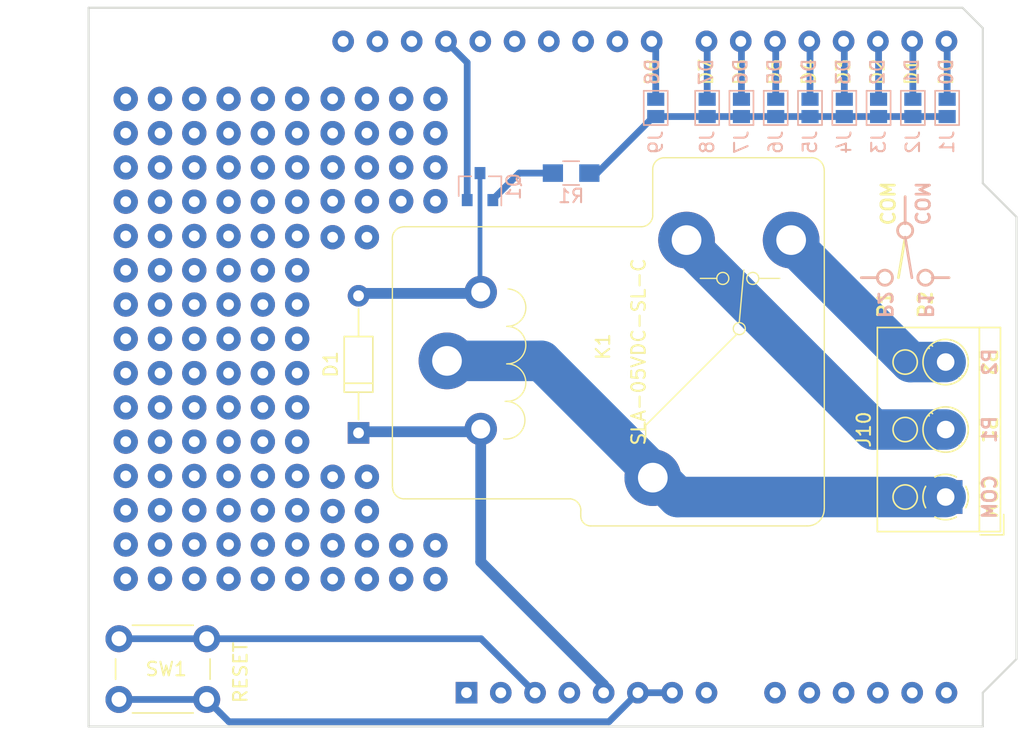
<source format=kicad_pcb>
(kicad_pcb (version 20170922) (host pcbnew "(2017-11-08 revision cd21218)-HEAD")

  (general
    (thickness 1.6)
    (drawings 66)
    (tracks 61)
    (zones 0)
    (modules 140)
    (nets 19)
  )

  (page A4)
  (layers
    (0 F.Cu signal)
    (31 B.Cu signal)
    (32 B.Adhes user hide)
    (33 F.Adhes user hide)
    (34 B.Paste user)
    (35 F.Paste user)
    (36 B.SilkS user)
    (37 F.SilkS user)
    (38 B.Mask user)
    (39 F.Mask user)
    (40 Dwgs.User user)
    (41 Cmts.User user hide)
    (42 Eco1.User user hide)
    (43 Eco2.User user hide)
    (44 Edge.Cuts user)
    (45 Margin user hide)
    (46 B.CrtYd user hide)
    (47 F.CrtYd user hide)
    (48 B.Fab user hide)
    (49 F.Fab user hide)
  )

  (setup
    (last_trace_width 0.35)
    (trace_clearance 0.3)
    (zone_clearance 0.508)
    (zone_45_only yes)
    (trace_min 0.2)
    (segment_width 0.2)
    (edge_width 0.15)
    (via_size 0.8)
    (via_drill 0.4)
    (via_min_size 0.4)
    (via_min_drill 0.3)
    (uvia_size 0.3)
    (uvia_drill 0.1)
    (uvias_allowed no)
    (uvia_min_size 0.2)
    (uvia_min_drill 0.1)
    (pcb_text_width 0.3)
    (pcb_text_size 1.5 1.5)
    (mod_edge_width 0.15)
    (mod_text_size 1 1)
    (mod_text_width 0.15)
    (pad_size 1.8 1.8)
    (pad_drill 0.8001)
    (pad_to_mask_clearance 0.2)
    (aux_axis_origin 0 0)
    (visible_elements FFFFFF7F)
    (pcbplotparams
      (layerselection 0x010fc_ffffffff)
      (usegerberextensions true)
      (usegerberattributes true)
      (usegerberadvancedattributes true)
      (creategerberjobfile true)
      (excludeedgelayer true)
      (linewidth 0.100000)
      (plotframeref false)
      (viasonmask false)
      (mode 1)
      (useauxorigin false)
      (hpglpennumber 1)
      (hpglpenspeed 20)
      (hpglpendiameter 15)
      (psnegative false)
      (psa4output false)
      (plotreference true)
      (plotvalue true)
      (plotinvisibletext false)
      (padsonsilk false)
      (subtractmaskfromsilk true)
      (outputformat 1)
      (mirror false)
      (drillshape 0)
      (scaleselection 1)
      (outputdirectory gerber/))
  )

  (net 0 "")
  (net 1 GND)
  (net 2 +5V)
  (net 3 "Net-(D1-Pad2)")
  (net 4 /D2)
  (net 5 /D3)
  (net 6 "Net-(A1-Pad3)")
  (net 7 /D4)
  (net 8 /D5)
  (net 9 /D6)
  (net 10 /D7)
  (net 11 /D8)
  (net 12 /D0)
  (net 13 /D1)
  (net 14 /RELAY_CMD)
  (net 15 /REL3)
  (net 16 /REL1)
  (net 17 /REL4)
  (net 18 "Net-(Q1-Pad1)")

  (net_class Default "This is the default net class."
    (clearance 0.3)
    (trace_width 0.35)
    (via_dia 0.8)
    (via_drill 0.4)
    (uvia_dia 0.3)
    (uvia_drill 0.1)
    (add_net +5V)
    (add_net /D0)
    (add_net /D1)
    (add_net /D2)
    (add_net /D3)
    (add_net /D4)
    (add_net /D5)
    (add_net /D6)
    (add_net /D7)
    (add_net /D8)
    (add_net /REL1)
    (add_net /REL3)
    (add_net /REL4)
    (add_net /RELAY_CMD)
    (add_net GND)
    (add_net "Net-(A1-Pad3)")
    (add_net "Net-(D1-Pad2)")
    (add_net "Net-(Q1-Pad1)")
  )

  (module Wire_Pads:SolderWirePad_single_0-8mmDrill (layer F.Cu) (tedit 5A795C82) (tstamp 5A79896B)
    (at 123.08 110)
    (fp_text reference REF** (at 0 -2.54) (layer F.SilkS) hide
      (effects (font (size 1 1) (thickness 0.15)))
    )
    (fp_text value SolderWirePad_single_0-8mmDrill (at 0 2.54) (layer F.Fab)
      (effects (font (size 1 1) (thickness 0.15)))
    )
    (pad 1 thru_hole circle (at 0 0) (size 1.8 1.8) (drill 0.8001) (layers *.Cu *.Mask))
  )

  (module Wire_Pads:SolderWirePad_single_0-8mmDrill (layer F.Cu) (tedit 5A795C82) (tstamp 5A798967)
    (at 125.62 110)
    (fp_text reference REF** (at 0 -2.54) (layer F.SilkS) hide
      (effects (font (size 1 1) (thickness 0.15)))
    )
    (fp_text value SolderWirePad_single_0-8mmDrill (at 0 2.54) (layer F.Fab)
      (effects (font (size 1 1) (thickness 0.15)))
    )
    (pad 1 thru_hole circle (at 0 0) (size 1.8 1.8) (drill 0.8001) (layers *.Cu *.Mask))
  )

  (module Wire_Pads:SolderWirePad_single_0-8mmDrill (layer F.Cu) (tedit 5A795C82) (tstamp 5A79891E)
    (at 123.08 130.29)
    (fp_text reference REF** (at 0 -2.54) (layer F.SilkS) hide
      (effects (font (size 1 1) (thickness 0.15)))
    )
    (fp_text value SolderWirePad_single_0-8mmDrill (at 0 2.54) (layer F.Fab)
      (effects (font (size 1 1) (thickness 0.15)))
    )
    (pad 1 thru_hole circle (at 0 0) (size 1.8 1.8) (drill 0.8001) (layers *.Cu *.Mask))
  )

  (module Wire_Pads:SolderWirePad_single_0-8mmDrill (layer F.Cu) (tedit 5A795C82) (tstamp 5A798916)
    (at 130.7 132.83)
    (fp_text reference REF** (at 0 -2.54) (layer F.SilkS) hide
      (effects (font (size 1 1) (thickness 0.15)))
    )
    (fp_text value SolderWirePad_single_0-8mmDrill (at 0 2.54) (layer F.Fab)
      (effects (font (size 1 1) (thickness 0.15)))
    )
    (pad 1 thru_hole circle (at 0 0) (size 1.8 1.8) (drill 0.8001) (layers *.Cu *.Mask))
  )

  (module Wire_Pads:SolderWirePad_single_0-8mmDrill (layer F.Cu) (tedit 5A795C82) (tstamp 5A79890A)
    (at 128.16 135.33)
    (fp_text reference REF** (at 0 -2.54) (layer F.SilkS) hide
      (effects (font (size 1 1) (thickness 0.15)))
    )
    (fp_text value SolderWirePad_single_0-8mmDrill (at 0 2.54) (layer F.Fab)
      (effects (font (size 1 1) (thickness 0.15)))
    )
    (pad 1 thru_hole circle (at 0 0) (size 1.8 1.8) (drill 0.8001) (layers *.Cu *.Mask))
  )

  (module Wire_Pads:SolderWirePad_single_0-8mmDrill (layer F.Cu) (tedit 5A795C82) (tstamp 5A798906)
    (at 128.16 132.83)
    (fp_text reference REF** (at 0 -2.54) (layer F.SilkS) hide
      (effects (font (size 1 1) (thickness 0.15)))
    )
    (fp_text value SolderWirePad_single_0-8mmDrill (at 0 2.54) (layer F.Fab)
      (effects (font (size 1 1) (thickness 0.15)))
    )
    (pad 1 thru_hole circle (at 0 0) (size 1.8 1.8) (drill 0.8001) (layers *.Cu *.Mask))
  )

  (module Wire_Pads:SolderWirePad_single_0-8mmDrill (layer F.Cu) (tedit 5A795C82) (tstamp 5A798902)
    (at 125.62 127.75)
    (fp_text reference REF** (at 0 -2.54) (layer F.SilkS) hide
      (effects (font (size 1 1) (thickness 0.15)))
    )
    (fp_text value SolderWirePad_single_0-8mmDrill (at 0 2.54) (layer F.Fab)
      (effects (font (size 1 1) (thickness 0.15)))
    )
    (pad 1 thru_hole circle (at 0 0) (size 1.8 1.8) (drill 0.8001) (layers *.Cu *.Mask))
  )

  (module Wire_Pads:SolderWirePad_single_0-8mmDrill (layer F.Cu) (tedit 5A795C82) (tstamp 5A7988FE)
    (at 130.7 135.33)
    (fp_text reference REF** (at 0 -2.54) (layer F.SilkS) hide
      (effects (font (size 1 1) (thickness 0.15)))
    )
    (fp_text value SolderWirePad_single_0-8mmDrill (at 0 2.54) (layer F.Fab)
      (effects (font (size 1 1) (thickness 0.15)))
    )
    (pad 1 thru_hole circle (at 0 0) (size 1.8 1.8) (drill 0.8001) (layers *.Cu *.Mask))
  )

  (module Wire_Pads:SolderWirePad_single_0-8mmDrill (layer F.Cu) (tedit 5A795C82) (tstamp 5A7988FA)
    (at 125.62 135.33)
    (fp_text reference REF** (at 0 -2.54) (layer F.SilkS) hide
      (effects (font (size 1 1) (thickness 0.15)))
    )
    (fp_text value SolderWirePad_single_0-8mmDrill (at 0 2.54) (layer F.Fab)
      (effects (font (size 1 1) (thickness 0.15)))
    )
    (pad 1 thru_hole circle (at 0 0) (size 1.8 1.8) (drill 0.8001) (layers *.Cu *.Mask))
  )

  (module Wire_Pads:SolderWirePad_single_0-8mmDrill (layer F.Cu) (tedit 5A795C82) (tstamp 5A7988F2)
    (at 125.62 132.83)
    (fp_text reference REF** (at 0 -2.54) (layer F.SilkS) hide
      (effects (font (size 1 1) (thickness 0.15)))
    )
    (fp_text value SolderWirePad_single_0-8mmDrill (at 0 2.54) (layer F.Fab)
      (effects (font (size 1 1) (thickness 0.15)))
    )
    (pad 1 thru_hole circle (at 0 0) (size 1.8 1.8) (drill 0.8001) (layers *.Cu *.Mask))
  )

  (module Wire_Pads:SolderWirePad_single_0-8mmDrill (layer F.Cu) (tedit 5A795C82) (tstamp 5A7988EE)
    (at 123.08 127.75)
    (fp_text reference REF** (at 0 -2.54) (layer F.SilkS) hide
      (effects (font (size 1 1) (thickness 0.15)))
    )
    (fp_text value SolderWirePad_single_0-8mmDrill (at 0 2.54) (layer F.Fab)
      (effects (font (size 1 1) (thickness 0.15)))
    )
    (pad 1 thru_hole circle (at 0 0) (size 1.8 1.8) (drill 0.8001) (layers *.Cu *.Mask))
  )

  (module Wire_Pads:SolderWirePad_single_0-8mmDrill (layer F.Cu) (tedit 5A795C82) (tstamp 5A7988EA)
    (at 125.62 130.29)
    (fp_text reference REF** (at 0 -2.54) (layer F.SilkS) hide
      (effects (font (size 1 1) (thickness 0.15)))
    )
    (fp_text value SolderWirePad_single_0-8mmDrill (at 0 2.54) (layer F.Fab)
      (effects (font (size 1 1) (thickness 0.15)))
    )
    (pad 1 thru_hole circle (at 0 0) (size 1.8 1.8) (drill 0.8001) (layers *.Cu *.Mask))
  )

  (module Wire_Pads:SolderWirePad_single_0-8mmDrill (layer F.Cu) (tedit 5A795C82) (tstamp 5A7988E6)
    (at 123.08 132.83)
    (fp_text reference REF** (at 0 -2.54) (layer F.SilkS) hide
      (effects (font (size 1 1) (thickness 0.15)))
    )
    (fp_text value SolderWirePad_single_0-8mmDrill (at 0 2.54) (layer F.Fab)
      (effects (font (size 1 1) (thickness 0.15)))
    )
    (pad 1 thru_hole circle (at 0 0) (size 1.8 1.8) (drill 0.8001) (layers *.Cu *.Mask))
  )

  (module Wire_Pads:SolderWirePad_single_0-8mmDrill (layer F.Cu) (tedit 5A795C82) (tstamp 5A7988E2)
    (at 123.08 135.33)
    (fp_text reference REF** (at 0 -2.54) (layer F.SilkS) hide
      (effects (font (size 1 1) (thickness 0.15)))
    )
    (fp_text value SolderWirePad_single_0-8mmDrill (at 0 2.54) (layer F.Fab)
      (effects (font (size 1 1) (thickness 0.15)))
    )
    (pad 1 thru_hole circle (at 0 0) (size 1.8 1.8) (drill 0.8001) (layers *.Cu *.Mask))
  )

  (module Wire_Pads:SolderWirePad_single_0-8mmDrill (layer F.Cu) (tedit 5A795C82) (tstamp 5A7988BD)
    (at 130.7 107.33)
    (fp_text reference REF** (at 0 -2.54) (layer F.SilkS) hide
      (effects (font (size 1 1) (thickness 0.15)))
    )
    (fp_text value SolderWirePad_single_0-8mmDrill (at 0 2.54) (layer F.Fab)
      (effects (font (size 1 1) (thickness 0.15)))
    )
    (pad 1 thru_hole circle (at 0 0) (size 1.8 1.8) (drill 0.8001) (layers *.Cu *.Mask))
  )

  (module Wire_Pads:SolderWirePad_single_0-8mmDrill (layer F.Cu) (tedit 5A795C82) (tstamp 5A7988B9)
    (at 128.16 107.33)
    (fp_text reference REF** (at 0 -2.54) (layer F.SilkS) hide
      (effects (font (size 1 1) (thickness 0.15)))
    )
    (fp_text value SolderWirePad_single_0-8mmDrill (at 0 2.54) (layer F.Fab)
      (effects (font (size 1 1) (thickness 0.15)))
    )
    (pad 1 thru_hole circle (at 0 0) (size 1.8 1.8) (drill 0.8001) (layers *.Cu *.Mask))
  )

  (module Wire_Pads:SolderWirePad_single_0-8mmDrill (layer F.Cu) (tedit 5A795C82) (tstamp 5A7988B5)
    (at 125.62 107.33)
    (fp_text reference REF** (at 0 -2.54) (layer F.SilkS) hide
      (effects (font (size 1 1) (thickness 0.15)))
    )
    (fp_text value SolderWirePad_single_0-8mmDrill (at 0 2.54) (layer F.Fab)
      (effects (font (size 1 1) (thickness 0.15)))
    )
    (pad 1 thru_hole circle (at 0 0) (size 1.8 1.8) (drill 0.8001) (layers *.Cu *.Mask))
  )

  (module Wire_Pads:SolderWirePad_single_0-8mmDrill (layer F.Cu) (tedit 5A795C82) (tstamp 5A7988B1)
    (at 123.08 107.33)
    (fp_text reference REF** (at 0 -2.54) (layer F.SilkS) hide
      (effects (font (size 1 1) (thickness 0.15)))
    )
    (fp_text value SolderWirePad_single_0-8mmDrill (at 0 2.54) (layer F.Fab)
      (effects (font (size 1 1) (thickness 0.15)))
    )
    (pad 1 thru_hole circle (at 0 0) (size 1.8 1.8) (drill 0.8001) (layers *.Cu *.Mask))
  )

  (module Wire_Pads:SolderWirePad_single_0-8mmDrill (layer F.Cu) (tedit 5A795C82) (tstamp 5A798878)
    (at 125.62 104.83)
    (fp_text reference REF** (at 0 -2.54) (layer F.SilkS) hide
      (effects (font (size 1 1) (thickness 0.15)))
    )
    (fp_text value SolderWirePad_single_0-8mmDrill (at 0 2.54) (layer F.Fab)
      (effects (font (size 1 1) (thickness 0.15)))
    )
    (pad 1 thru_hole circle (at 0 0) (size 1.8 1.8) (drill 0.8001) (layers *.Cu *.Mask))
  )

  (module Wire_Pads:SolderWirePad_single_0-8mmDrill (layer F.Cu) (tedit 5A795C82) (tstamp 5A798874)
    (at 123.08 104.83)
    (fp_text reference REF** (at 0 -2.54) (layer F.SilkS) hide
      (effects (font (size 1 1) (thickness 0.15)))
    )
    (fp_text value SolderWirePad_single_0-8mmDrill (at 0 2.54) (layer F.Fab)
      (effects (font (size 1 1) (thickness 0.15)))
    )
    (pad 1 thru_hole circle (at 0 0) (size 1.8 1.8) (drill 0.8001) (layers *.Cu *.Mask))
  )

  (module Wire_Pads:SolderWirePad_single_0-8mmDrill (layer F.Cu) (tedit 5A795C82) (tstamp 5A798870)
    (at 130.7 104.83)
    (fp_text reference REF** (at 0 -2.54) (layer F.SilkS) hide
      (effects (font (size 1 1) (thickness 0.15)))
    )
    (fp_text value SolderWirePad_single_0-8mmDrill (at 0 2.54) (layer F.Fab)
      (effects (font (size 1 1) (thickness 0.15)))
    )
    (pad 1 thru_hole circle (at 0 0) (size 1.8 1.8) (drill 0.8001) (layers *.Cu *.Mask))
  )

  (module Wire_Pads:SolderWirePad_single_0-8mmDrill (layer F.Cu) (tedit 5A795C82) (tstamp 5A79886C)
    (at 128.16 99.75)
    (fp_text reference REF** (at 0 -2.54) (layer F.SilkS) hide
      (effects (font (size 1 1) (thickness 0.15)))
    )
    (fp_text value SolderWirePad_single_0-8mmDrill (at 0 2.54) (layer F.Fab)
      (effects (font (size 1 1) (thickness 0.15)))
    )
    (pad 1 thru_hole circle (at 0 0) (size 1.8 1.8) (drill 0.8001) (layers *.Cu *.Mask))
  )

  (module Wire_Pads:SolderWirePad_single_0-8mmDrill (layer F.Cu) (tedit 5A795C82) (tstamp 5A798868)
    (at 130.7 99.75)
    (fp_text reference REF** (at 0 -2.54) (layer F.SilkS) hide
      (effects (font (size 1 1) (thickness 0.15)))
    )
    (fp_text value SolderWirePad_single_0-8mmDrill (at 0 2.54) (layer F.Fab)
      (effects (font (size 1 1) (thickness 0.15)))
    )
    (pad 1 thru_hole circle (at 0 0) (size 1.8 1.8) (drill 0.8001) (layers *.Cu *.Mask))
  )

  (module Wire_Pads:SolderWirePad_single_0-8mmDrill (layer F.Cu) (tedit 5A795C82) (tstamp 5A798864)
    (at 125.62 102.29)
    (fp_text reference REF** (at 0 -2.54) (layer F.SilkS) hide
      (effects (font (size 1 1) (thickness 0.15)))
    )
    (fp_text value SolderWirePad_single_0-8mmDrill (at 0 2.54) (layer F.Fab)
      (effects (font (size 1 1) (thickness 0.15)))
    )
    (pad 1 thru_hole circle (at 0 0) (size 1.8 1.8) (drill 0.8001) (layers *.Cu *.Mask))
  )

  (module Wire_Pads:SolderWirePad_single_0-8mmDrill (layer F.Cu) (tedit 5A795C82) (tstamp 5A798860)
    (at 128.16 104.83)
    (fp_text reference REF** (at 0 -2.54) (layer F.SilkS) hide
      (effects (font (size 1 1) (thickness 0.15)))
    )
    (fp_text value SolderWirePad_single_0-8mmDrill (at 0 2.54) (layer F.Fab)
      (effects (font (size 1 1) (thickness 0.15)))
    )
    (pad 1 thru_hole circle (at 0 0) (size 1.8 1.8) (drill 0.8001) (layers *.Cu *.Mask))
  )

  (module Wire_Pads:SolderWirePad_single_0-8mmDrill (layer F.Cu) (tedit 5A795C82) (tstamp 5A79885C)
    (at 123.08 102.29)
    (fp_text reference REF** (at 0 -2.54) (layer F.SilkS) hide
      (effects (font (size 1 1) (thickness 0.15)))
    )
    (fp_text value SolderWirePad_single_0-8mmDrill (at 0 2.54) (layer F.Fab)
      (effects (font (size 1 1) (thickness 0.15)))
    )
    (pad 1 thru_hole circle (at 0 0) (size 1.8 1.8) (drill 0.8001) (layers *.Cu *.Mask))
  )

  (module Wire_Pads:SolderWirePad_single_0-8mmDrill (layer F.Cu) (tedit 5A795C82) (tstamp 5A798858)
    (at 130.7 102.29)
    (fp_text reference REF** (at 0 -2.54) (layer F.SilkS) hide
      (effects (font (size 1 1) (thickness 0.15)))
    )
    (fp_text value SolderWirePad_single_0-8mmDrill (at 0 2.54) (layer F.Fab)
      (effects (font (size 1 1) (thickness 0.15)))
    )
    (pad 1 thru_hole circle (at 0 0) (size 1.8 1.8) (drill 0.8001) (layers *.Cu *.Mask))
  )

  (module Wire_Pads:SolderWirePad_single_0-8mmDrill (layer F.Cu) (tedit 5A795C82) (tstamp 5A798854)
    (at 128.16 102.29)
    (fp_text reference REF** (at 0 -2.54) (layer F.SilkS) hide
      (effects (font (size 1 1) (thickness 0.15)))
    )
    (fp_text value SolderWirePad_single_0-8mmDrill (at 0 2.54) (layer F.Fab)
      (effects (font (size 1 1) (thickness 0.15)))
    )
    (pad 1 thru_hole circle (at 0 0) (size 1.8 1.8) (drill 0.8001) (layers *.Cu *.Mask))
  )

  (module Wire_Pads:SolderWirePad_single_0-8mmDrill (layer F.Cu) (tedit 5A795C82) (tstamp 5A798850)
    (at 125.62 99.75)
    (fp_text reference REF** (at 0 -2.54) (layer F.SilkS) hide
      (effects (font (size 1 1) (thickness 0.15)))
    )
    (fp_text value SolderWirePad_single_0-8mmDrill (at 0 2.54) (layer F.Fab)
      (effects (font (size 1 1) (thickness 0.15)))
    )
    (pad 1 thru_hole circle (at 0 0) (size 1.8 1.8) (drill 0.8001) (layers *.Cu *.Mask))
  )

  (module Wire_Pads:SolderWirePad_single_0-8mmDrill (layer F.Cu) (tedit 5A795C82) (tstamp 5A79884C)
    (at 123.08 99.75)
    (fp_text reference REF** (at 0 -2.54) (layer F.SilkS) hide
      (effects (font (size 1 1) (thickness 0.15)))
    )
    (fp_text value SolderWirePad_single_0-8mmDrill (at 0 2.54) (layer F.Fab)
      (effects (font (size 1 1) (thickness 0.15)))
    )
    (pad 1 thru_hole circle (at 0 0) (size 1.8 1.8) (drill 0.8001) (layers *.Cu *.Mask))
  )

  (module Wire_Pads:SolderWirePad_single_0-8mmDrill (layer F.Cu) (tedit 5A795C82) (tstamp 5A7986D0)
    (at 120.45 135.31)
    (fp_text reference REF** (at 0 -2.54) (layer F.SilkS) hide
      (effects (font (size 1 1) (thickness 0.15)))
    )
    (fp_text value SolderWirePad_single_0-8mmDrill (at 0 2.54) (layer F.Fab)
      (effects (font (size 1 1) (thickness 0.15)))
    )
    (pad 1 thru_hole circle (at 0 0) (size 1.8 1.8) (drill 0.8001) (layers *.Cu *.Mask))
  )

  (module Wire_Pads:SolderWirePad_single_0-8mmDrill (layer F.Cu) (tedit 5A795C82) (tstamp 5A7986CC)
    (at 117.91 135.31)
    (fp_text reference REF** (at 0 -2.54) (layer F.SilkS) hide
      (effects (font (size 1 1) (thickness 0.15)))
    )
    (fp_text value SolderWirePad_single_0-8mmDrill (at 0 2.54) (layer F.Fab)
      (effects (font (size 1 1) (thickness 0.15)))
    )
    (pad 1 thru_hole circle (at 0 0) (size 1.8 1.8) (drill 0.8001) (layers *.Cu *.Mask))
  )

  (module Wire_Pads:SolderWirePad_single_0-8mmDrill (layer F.Cu) (tedit 5A795C82) (tstamp 5A7986C8)
    (at 115.37 135.31)
    (fp_text reference REF** (at 0 -2.54) (layer F.SilkS) hide
      (effects (font (size 1 1) (thickness 0.15)))
    )
    (fp_text value SolderWirePad_single_0-8mmDrill (at 0 2.54) (layer F.Fab)
      (effects (font (size 1 1) (thickness 0.15)))
    )
    (pad 1 thru_hole circle (at 0 0) (size 1.8 1.8) (drill 0.8001) (layers *.Cu *.Mask))
  )

  (module Wire_Pads:SolderWirePad_single_0-8mmDrill (layer F.Cu) (tedit 5A795C82) (tstamp 5A7986C4)
    (at 112.83 135.31)
    (fp_text reference REF** (at 0 -2.54) (layer F.SilkS) hide
      (effects (font (size 1 1) (thickness 0.15)))
    )
    (fp_text value SolderWirePad_single_0-8mmDrill (at 0 2.54) (layer F.Fab)
      (effects (font (size 1 1) (thickness 0.15)))
    )
    (pad 1 thru_hole circle (at 0 0) (size 1.8 1.8) (drill 0.8001) (layers *.Cu *.Mask))
  )

  (module Wire_Pads:SolderWirePad_single_0-8mmDrill (layer F.Cu) (tedit 5A795C82) (tstamp 5A7986C0)
    (at 110.29 135.31)
    (fp_text reference REF** (at 0 -2.54) (layer F.SilkS) hide
      (effects (font (size 1 1) (thickness 0.15)))
    )
    (fp_text value SolderWirePad_single_0-8mmDrill (at 0 2.54) (layer F.Fab)
      (effects (font (size 1 1) (thickness 0.15)))
    )
    (pad 1 thru_hole circle (at 0 0) (size 1.8 1.8) (drill 0.8001) (layers *.Cu *.Mask))
  )

  (module Wire_Pads:SolderWirePad_single_0-8mmDrill (layer F.Cu) (tedit 5A795C82) (tstamp 5A7986BC)
    (at 107.75 135.31)
    (fp_text reference REF** (at 0 -2.54) (layer F.SilkS) hide
      (effects (font (size 1 1) (thickness 0.15)))
    )
    (fp_text value SolderWirePad_single_0-8mmDrill (at 0 2.54) (layer F.Fab)
      (effects (font (size 1 1) (thickness 0.15)))
    )
    (pad 1 thru_hole circle (at 0 0) (size 1.8 1.8) (drill 0.8001) (layers *.Cu *.Mask))
  )

  (module Wire_Pads:SolderWirePad_single_0-8mmDrill (layer F.Cu) (tedit 5A795C82) (tstamp 5A7986B8)
    (at 120.45 132.77)
    (fp_text reference REF** (at 0 -2.54) (layer F.SilkS) hide
      (effects (font (size 1 1) (thickness 0.15)))
    )
    (fp_text value SolderWirePad_single_0-8mmDrill (at 0 2.54) (layer F.Fab)
      (effects (font (size 1 1) (thickness 0.15)))
    )
    (pad 1 thru_hole circle (at 0 0) (size 1.8 1.8) (drill 0.8001) (layers *.Cu *.Mask))
  )

  (module Wire_Pads:SolderWirePad_single_0-8mmDrill (layer F.Cu) (tedit 5A795C82) (tstamp 5A7986B4)
    (at 117.91 132.77)
    (fp_text reference REF** (at 0 -2.54) (layer F.SilkS) hide
      (effects (font (size 1 1) (thickness 0.15)))
    )
    (fp_text value SolderWirePad_single_0-8mmDrill (at 0 2.54) (layer F.Fab)
      (effects (font (size 1 1) (thickness 0.15)))
    )
    (pad 1 thru_hole circle (at 0 0) (size 1.8 1.8) (drill 0.8001) (layers *.Cu *.Mask))
  )

  (module Wire_Pads:SolderWirePad_single_0-8mmDrill (layer F.Cu) (tedit 5A795C82) (tstamp 5A7986B0)
    (at 115.37 132.77)
    (fp_text reference REF** (at 0 -2.54) (layer F.SilkS) hide
      (effects (font (size 1 1) (thickness 0.15)))
    )
    (fp_text value SolderWirePad_single_0-8mmDrill (at 0 2.54) (layer F.Fab)
      (effects (font (size 1 1) (thickness 0.15)))
    )
    (pad 1 thru_hole circle (at 0 0) (size 1.8 1.8) (drill 0.8001) (layers *.Cu *.Mask))
  )

  (module Wire_Pads:SolderWirePad_single_0-8mmDrill (layer F.Cu) (tedit 5A795C82) (tstamp 5A7986AC)
    (at 112.83 132.77)
    (fp_text reference REF** (at 0 -2.54) (layer F.SilkS) hide
      (effects (font (size 1 1) (thickness 0.15)))
    )
    (fp_text value SolderWirePad_single_0-8mmDrill (at 0 2.54) (layer F.Fab)
      (effects (font (size 1 1) (thickness 0.15)))
    )
    (pad 1 thru_hole circle (at 0 0) (size 1.8 1.8) (drill 0.8001) (layers *.Cu *.Mask))
  )

  (module Wire_Pads:SolderWirePad_single_0-8mmDrill (layer F.Cu) (tedit 5A795C82) (tstamp 5A7986A8)
    (at 110.29 132.77)
    (fp_text reference REF** (at 0 -2.54) (layer F.SilkS) hide
      (effects (font (size 1 1) (thickness 0.15)))
    )
    (fp_text value SolderWirePad_single_0-8mmDrill (at 0 2.54) (layer F.Fab)
      (effects (font (size 1 1) (thickness 0.15)))
    )
    (pad 1 thru_hole circle (at 0 0) (size 1.8 1.8) (drill 0.8001) (layers *.Cu *.Mask))
  )

  (module Wire_Pads:SolderWirePad_single_0-8mmDrill (layer F.Cu) (tedit 5A795C82) (tstamp 5A7986A4)
    (at 107.75 132.77)
    (fp_text reference REF** (at 0 -2.54) (layer F.SilkS) hide
      (effects (font (size 1 1) (thickness 0.15)))
    )
    (fp_text value SolderWirePad_single_0-8mmDrill (at 0 2.54) (layer F.Fab)
      (effects (font (size 1 1) (thickness 0.15)))
    )
    (pad 1 thru_hole circle (at 0 0) (size 1.8 1.8) (drill 0.8001) (layers *.Cu *.Mask))
  )

  (module Wire_Pads:SolderWirePad_single_0-8mmDrill (layer F.Cu) (tedit 5A795C82) (tstamp 5A7986A0)
    (at 120.45 130.23)
    (fp_text reference REF** (at 0 -2.54) (layer F.SilkS) hide
      (effects (font (size 1 1) (thickness 0.15)))
    )
    (fp_text value SolderWirePad_single_0-8mmDrill (at 0 2.54) (layer F.Fab)
      (effects (font (size 1 1) (thickness 0.15)))
    )
    (pad 1 thru_hole circle (at 0 0) (size 1.8 1.8) (drill 0.8001) (layers *.Cu *.Mask))
  )

  (module Wire_Pads:SolderWirePad_single_0-8mmDrill (layer F.Cu) (tedit 5A795C82) (tstamp 5A79869C)
    (at 117.91 130.23)
    (fp_text reference REF** (at 0 -2.54) (layer F.SilkS) hide
      (effects (font (size 1 1) (thickness 0.15)))
    )
    (fp_text value SolderWirePad_single_0-8mmDrill (at 0 2.54) (layer F.Fab)
      (effects (font (size 1 1) (thickness 0.15)))
    )
    (pad 1 thru_hole circle (at 0 0) (size 1.8 1.8) (drill 0.8001) (layers *.Cu *.Mask))
  )

  (module Wire_Pads:SolderWirePad_single_0-8mmDrill (layer F.Cu) (tedit 5A795C82) (tstamp 5A798698)
    (at 115.37 130.23)
    (fp_text reference REF** (at 0 -2.54) (layer F.SilkS) hide
      (effects (font (size 1 1) (thickness 0.15)))
    )
    (fp_text value SolderWirePad_single_0-8mmDrill (at 0 2.54) (layer F.Fab)
      (effects (font (size 1 1) (thickness 0.15)))
    )
    (pad 1 thru_hole circle (at 0 0) (size 1.8 1.8) (drill 0.8001) (layers *.Cu *.Mask))
  )

  (module Wire_Pads:SolderWirePad_single_0-8mmDrill (layer F.Cu) (tedit 5A795C82) (tstamp 5A798694)
    (at 112.83 130.23)
    (fp_text reference REF** (at 0 -2.54) (layer F.SilkS) hide
      (effects (font (size 1 1) (thickness 0.15)))
    )
    (fp_text value SolderWirePad_single_0-8mmDrill (at 0 2.54) (layer F.Fab)
      (effects (font (size 1 1) (thickness 0.15)))
    )
    (pad 1 thru_hole circle (at 0 0) (size 1.8 1.8) (drill 0.8001) (layers *.Cu *.Mask))
  )

  (module Wire_Pads:SolderWirePad_single_0-8mmDrill (layer F.Cu) (tedit 5A795C82) (tstamp 5A798690)
    (at 110.29 130.23)
    (fp_text reference REF** (at 0 -2.54) (layer F.SilkS) hide
      (effects (font (size 1 1) (thickness 0.15)))
    )
    (fp_text value SolderWirePad_single_0-8mmDrill (at 0 2.54) (layer F.Fab)
      (effects (font (size 1 1) (thickness 0.15)))
    )
    (pad 1 thru_hole circle (at 0 0) (size 1.8 1.8) (drill 0.8001) (layers *.Cu *.Mask))
  )

  (module Wire_Pads:SolderWirePad_single_0-8mmDrill (layer F.Cu) (tedit 5A795C82) (tstamp 5A79868C)
    (at 107.75 130.23)
    (fp_text reference REF** (at 0 -2.54) (layer F.SilkS) hide
      (effects (font (size 1 1) (thickness 0.15)))
    )
    (fp_text value SolderWirePad_single_0-8mmDrill (at 0 2.54) (layer F.Fab)
      (effects (font (size 1 1) (thickness 0.15)))
    )
    (pad 1 thru_hole circle (at 0 0) (size 1.8 1.8) (drill 0.8001) (layers *.Cu *.Mask))
  )

  (module Wire_Pads:SolderWirePad_single_0-8mmDrill (layer F.Cu) (tedit 5A795C82) (tstamp 5A798688)
    (at 120.45 127.69)
    (fp_text reference REF** (at 0 -2.54) (layer F.SilkS) hide
      (effects (font (size 1 1) (thickness 0.15)))
    )
    (fp_text value SolderWirePad_single_0-8mmDrill (at 0 2.54) (layer F.Fab)
      (effects (font (size 1 1) (thickness 0.15)))
    )
    (pad 1 thru_hole circle (at 0 0) (size 1.8 1.8) (drill 0.8001) (layers *.Cu *.Mask))
  )

  (module Wire_Pads:SolderWirePad_single_0-8mmDrill (layer F.Cu) (tedit 5A795C82) (tstamp 5A798684)
    (at 117.91 127.69)
    (fp_text reference REF** (at 0 -2.54) (layer F.SilkS) hide
      (effects (font (size 1 1) (thickness 0.15)))
    )
    (fp_text value SolderWirePad_single_0-8mmDrill (at 0 2.54) (layer F.Fab)
      (effects (font (size 1 1) (thickness 0.15)))
    )
    (pad 1 thru_hole circle (at 0 0) (size 1.8 1.8) (drill 0.8001) (layers *.Cu *.Mask))
  )

  (module Wire_Pads:SolderWirePad_single_0-8mmDrill (layer F.Cu) (tedit 5A795C82) (tstamp 5A798680)
    (at 115.37 127.69)
    (fp_text reference REF** (at 0 -2.54) (layer F.SilkS) hide
      (effects (font (size 1 1) (thickness 0.15)))
    )
    (fp_text value SolderWirePad_single_0-8mmDrill (at 0 2.54) (layer F.Fab)
      (effects (font (size 1 1) (thickness 0.15)))
    )
    (pad 1 thru_hole circle (at 0 0) (size 1.8 1.8) (drill 0.8001) (layers *.Cu *.Mask))
  )

  (module Wire_Pads:SolderWirePad_single_0-8mmDrill (layer F.Cu) (tedit 5A795C82) (tstamp 5A79867C)
    (at 112.83 127.69)
    (fp_text reference REF** (at 0 -2.54) (layer F.SilkS) hide
      (effects (font (size 1 1) (thickness 0.15)))
    )
    (fp_text value SolderWirePad_single_0-8mmDrill (at 0 2.54) (layer F.Fab)
      (effects (font (size 1 1) (thickness 0.15)))
    )
    (pad 1 thru_hole circle (at 0 0) (size 1.8 1.8) (drill 0.8001) (layers *.Cu *.Mask))
  )

  (module Wire_Pads:SolderWirePad_single_0-8mmDrill (layer F.Cu) (tedit 5A795C82) (tstamp 5A798678)
    (at 110.29 127.69)
    (fp_text reference REF** (at 0 -2.54) (layer F.SilkS) hide
      (effects (font (size 1 1) (thickness 0.15)))
    )
    (fp_text value SolderWirePad_single_0-8mmDrill (at 0 2.54) (layer F.Fab)
      (effects (font (size 1 1) (thickness 0.15)))
    )
    (pad 1 thru_hole circle (at 0 0) (size 1.8 1.8) (drill 0.8001) (layers *.Cu *.Mask))
  )

  (module Wire_Pads:SolderWirePad_single_0-8mmDrill (layer F.Cu) (tedit 5A795C82) (tstamp 5A798674)
    (at 107.75 127.69)
    (fp_text reference REF** (at 0 -2.54) (layer F.SilkS) hide
      (effects (font (size 1 1) (thickness 0.15)))
    )
    (fp_text value SolderWirePad_single_0-8mmDrill (at 0 2.54) (layer F.Fab)
      (effects (font (size 1 1) (thickness 0.15)))
    )
    (pad 1 thru_hole circle (at 0 0) (size 1.8 1.8) (drill 0.8001) (layers *.Cu *.Mask))
  )

  (module Wire_Pads:SolderWirePad_single_0-8mmDrill (layer F.Cu) (tedit 5A795C82) (tstamp 5A798670)
    (at 120.45 125.15)
    (fp_text reference REF** (at 0 -2.54) (layer F.SilkS) hide
      (effects (font (size 1 1) (thickness 0.15)))
    )
    (fp_text value SolderWirePad_single_0-8mmDrill (at 0 2.54) (layer F.Fab)
      (effects (font (size 1 1) (thickness 0.15)))
    )
    (pad 1 thru_hole circle (at 0 0) (size 1.8 1.8) (drill 0.8001) (layers *.Cu *.Mask))
  )

  (module Wire_Pads:SolderWirePad_single_0-8mmDrill (layer F.Cu) (tedit 5A795C82) (tstamp 5A79866C)
    (at 117.91 125.15)
    (fp_text reference REF** (at 0 -2.54) (layer F.SilkS) hide
      (effects (font (size 1 1) (thickness 0.15)))
    )
    (fp_text value SolderWirePad_single_0-8mmDrill (at 0 2.54) (layer F.Fab)
      (effects (font (size 1 1) (thickness 0.15)))
    )
    (pad 1 thru_hole circle (at 0 0) (size 1.8 1.8) (drill 0.8001) (layers *.Cu *.Mask))
  )

  (module Wire_Pads:SolderWirePad_single_0-8mmDrill (layer F.Cu) (tedit 5A795C82) (tstamp 5A798668)
    (at 115.37 125.15)
    (fp_text reference REF** (at 0 -2.54) (layer F.SilkS) hide
      (effects (font (size 1 1) (thickness 0.15)))
    )
    (fp_text value SolderWirePad_single_0-8mmDrill (at 0 2.54) (layer F.Fab)
      (effects (font (size 1 1) (thickness 0.15)))
    )
    (pad 1 thru_hole circle (at 0 0) (size 1.8 1.8) (drill 0.8001) (layers *.Cu *.Mask))
  )

  (module Wire_Pads:SolderWirePad_single_0-8mmDrill (layer F.Cu) (tedit 5A795C82) (tstamp 5A798664)
    (at 112.83 125.15)
    (fp_text reference REF** (at 0 -2.54) (layer F.SilkS) hide
      (effects (font (size 1 1) (thickness 0.15)))
    )
    (fp_text value SolderWirePad_single_0-8mmDrill (at 0 2.54) (layer F.Fab)
      (effects (font (size 1 1) (thickness 0.15)))
    )
    (pad 1 thru_hole circle (at 0 0) (size 1.8 1.8) (drill 0.8001) (layers *.Cu *.Mask))
  )

  (module Wire_Pads:SolderWirePad_single_0-8mmDrill (layer F.Cu) (tedit 5A795C82) (tstamp 5A798660)
    (at 110.29 125.15)
    (fp_text reference REF** (at 0 -2.54) (layer F.SilkS) hide
      (effects (font (size 1 1) (thickness 0.15)))
    )
    (fp_text value SolderWirePad_single_0-8mmDrill (at 0 2.54) (layer F.Fab)
      (effects (font (size 1 1) (thickness 0.15)))
    )
    (pad 1 thru_hole circle (at 0 0) (size 1.8 1.8) (drill 0.8001) (layers *.Cu *.Mask))
  )

  (module Wire_Pads:SolderWirePad_single_0-8mmDrill (layer F.Cu) (tedit 5A795C82) (tstamp 5A79865C)
    (at 107.75 125.15)
    (fp_text reference REF** (at 0 -2.54) (layer F.SilkS) hide
      (effects (font (size 1 1) (thickness 0.15)))
    )
    (fp_text value SolderWirePad_single_0-8mmDrill (at 0 2.54) (layer F.Fab)
      (effects (font (size 1 1) (thickness 0.15)))
    )
    (pad 1 thru_hole circle (at 0 0) (size 1.8 1.8) (drill 0.8001) (layers *.Cu *.Mask))
  )

  (module Wire_Pads:SolderWirePad_single_0-8mmDrill (layer F.Cu) (tedit 5A795C82) (tstamp 5A798658)
    (at 120.45 122.61)
    (fp_text reference REF** (at 0 -2.54) (layer F.SilkS) hide
      (effects (font (size 1 1) (thickness 0.15)))
    )
    (fp_text value SolderWirePad_single_0-8mmDrill (at 0 2.54) (layer F.Fab)
      (effects (font (size 1 1) (thickness 0.15)))
    )
    (pad 1 thru_hole circle (at 0 0) (size 1.8 1.8) (drill 0.8001) (layers *.Cu *.Mask))
  )

  (module Wire_Pads:SolderWirePad_single_0-8mmDrill (layer F.Cu) (tedit 5A795C82) (tstamp 5A798654)
    (at 117.91 122.61)
    (fp_text reference REF** (at 0 -2.54) (layer F.SilkS) hide
      (effects (font (size 1 1) (thickness 0.15)))
    )
    (fp_text value SolderWirePad_single_0-8mmDrill (at 0 2.54) (layer F.Fab)
      (effects (font (size 1 1) (thickness 0.15)))
    )
    (pad 1 thru_hole circle (at 0 0) (size 1.8 1.8) (drill 0.8001) (layers *.Cu *.Mask))
  )

  (module Wire_Pads:SolderWirePad_single_0-8mmDrill (layer F.Cu) (tedit 5A795C82) (tstamp 5A798650)
    (at 115.37 122.61)
    (fp_text reference REF** (at 0 -2.54) (layer F.SilkS) hide
      (effects (font (size 1 1) (thickness 0.15)))
    )
    (fp_text value SolderWirePad_single_0-8mmDrill (at 0 2.54) (layer F.Fab)
      (effects (font (size 1 1) (thickness 0.15)))
    )
    (pad 1 thru_hole circle (at 0 0) (size 1.8 1.8) (drill 0.8001) (layers *.Cu *.Mask))
  )

  (module Wire_Pads:SolderWirePad_single_0-8mmDrill (layer F.Cu) (tedit 5A795C82) (tstamp 5A79864C)
    (at 112.83 122.61)
    (fp_text reference REF** (at 0 -2.54) (layer F.SilkS) hide
      (effects (font (size 1 1) (thickness 0.15)))
    )
    (fp_text value SolderWirePad_single_0-8mmDrill (at 0 2.54) (layer F.Fab)
      (effects (font (size 1 1) (thickness 0.15)))
    )
    (pad 1 thru_hole circle (at 0 0) (size 1.8 1.8) (drill 0.8001) (layers *.Cu *.Mask))
  )

  (module Wire_Pads:SolderWirePad_single_0-8mmDrill (layer F.Cu) (tedit 5A795C82) (tstamp 5A798648)
    (at 110.29 122.61)
    (fp_text reference REF** (at 0 -2.54) (layer F.SilkS) hide
      (effects (font (size 1 1) (thickness 0.15)))
    )
    (fp_text value SolderWirePad_single_0-8mmDrill (at 0 2.54) (layer F.Fab)
      (effects (font (size 1 1) (thickness 0.15)))
    )
    (pad 1 thru_hole circle (at 0 0) (size 1.8 1.8) (drill 0.8001) (layers *.Cu *.Mask))
  )

  (module Wire_Pads:SolderWirePad_single_0-8mmDrill (layer F.Cu) (tedit 5A795C82) (tstamp 5A798644)
    (at 107.75 122.61)
    (fp_text reference REF** (at 0 -2.54) (layer F.SilkS) hide
      (effects (font (size 1 1) (thickness 0.15)))
    )
    (fp_text value SolderWirePad_single_0-8mmDrill (at 0 2.54) (layer F.Fab)
      (effects (font (size 1 1) (thickness 0.15)))
    )
    (pad 1 thru_hole circle (at 0 0) (size 1.8 1.8) (drill 0.8001) (layers *.Cu *.Mask))
  )

  (module Wire_Pads:SolderWirePad_single_0-8mmDrill (layer F.Cu) (tedit 5A795C82) (tstamp 5A798640)
    (at 120.45 120.07)
    (fp_text reference REF** (at 0 -2.54) (layer F.SilkS) hide
      (effects (font (size 1 1) (thickness 0.15)))
    )
    (fp_text value SolderWirePad_single_0-8mmDrill (at 0 2.54) (layer F.Fab)
      (effects (font (size 1 1) (thickness 0.15)))
    )
    (pad 1 thru_hole circle (at 0 0) (size 1.8 1.8) (drill 0.8001) (layers *.Cu *.Mask))
  )

  (module Wire_Pads:SolderWirePad_single_0-8mmDrill (layer F.Cu) (tedit 5A795C82) (tstamp 5A79863C)
    (at 117.91 120.07)
    (fp_text reference REF** (at 0 -2.54) (layer F.SilkS) hide
      (effects (font (size 1 1) (thickness 0.15)))
    )
    (fp_text value SolderWirePad_single_0-8mmDrill (at 0 2.54) (layer F.Fab)
      (effects (font (size 1 1) (thickness 0.15)))
    )
    (pad 1 thru_hole circle (at 0 0) (size 1.8 1.8) (drill 0.8001) (layers *.Cu *.Mask))
  )

  (module Wire_Pads:SolderWirePad_single_0-8mmDrill (layer F.Cu) (tedit 5A795C82) (tstamp 5A798638)
    (at 115.37 120.07)
    (fp_text reference REF** (at 0 -2.54) (layer F.SilkS) hide
      (effects (font (size 1 1) (thickness 0.15)))
    )
    (fp_text value SolderWirePad_single_0-8mmDrill (at 0 2.54) (layer F.Fab)
      (effects (font (size 1 1) (thickness 0.15)))
    )
    (pad 1 thru_hole circle (at 0 0) (size 1.8 1.8) (drill 0.8001) (layers *.Cu *.Mask))
  )

  (module Wire_Pads:SolderWirePad_single_0-8mmDrill (layer F.Cu) (tedit 5A795C82) (tstamp 5A798634)
    (at 112.83 120.07)
    (fp_text reference REF** (at 0 -2.54) (layer F.SilkS) hide
      (effects (font (size 1 1) (thickness 0.15)))
    )
    (fp_text value SolderWirePad_single_0-8mmDrill (at 0 2.54) (layer F.Fab)
      (effects (font (size 1 1) (thickness 0.15)))
    )
    (pad 1 thru_hole circle (at 0 0) (size 1.8 1.8) (drill 0.8001) (layers *.Cu *.Mask))
  )

  (module Wire_Pads:SolderWirePad_single_0-8mmDrill (layer F.Cu) (tedit 5A795C82) (tstamp 5A798630)
    (at 110.29 120.07)
    (fp_text reference REF** (at 0 -2.54) (layer F.SilkS) hide
      (effects (font (size 1 1) (thickness 0.15)))
    )
    (fp_text value SolderWirePad_single_0-8mmDrill (at 0 2.54) (layer F.Fab)
      (effects (font (size 1 1) (thickness 0.15)))
    )
    (pad 1 thru_hole circle (at 0 0) (size 1.8 1.8) (drill 0.8001) (layers *.Cu *.Mask))
  )

  (module Wire_Pads:SolderWirePad_single_0-8mmDrill (layer F.Cu) (tedit 5A795C82) (tstamp 5A79862C)
    (at 107.75 120.07)
    (fp_text reference REF** (at 0 -2.54) (layer F.SilkS) hide
      (effects (font (size 1 1) (thickness 0.15)))
    )
    (fp_text value SolderWirePad_single_0-8mmDrill (at 0 2.54) (layer F.Fab)
      (effects (font (size 1 1) (thickness 0.15)))
    )
    (pad 1 thru_hole circle (at 0 0) (size 1.8 1.8) (drill 0.8001) (layers *.Cu *.Mask))
  )

  (module Wire_Pads:SolderWirePad_single_0-8mmDrill (layer F.Cu) (tedit 5A795C82) (tstamp 5A798628)
    (at 120.45 117.53)
    (fp_text reference REF** (at 0 -2.54) (layer F.SilkS) hide
      (effects (font (size 1 1) (thickness 0.15)))
    )
    (fp_text value SolderWirePad_single_0-8mmDrill (at 0 2.54) (layer F.Fab)
      (effects (font (size 1 1) (thickness 0.15)))
    )
    (pad 1 thru_hole circle (at 0 0) (size 1.8 1.8) (drill 0.8001) (layers *.Cu *.Mask))
  )

  (module Wire_Pads:SolderWirePad_single_0-8mmDrill (layer F.Cu) (tedit 5A795C82) (tstamp 5A798624)
    (at 117.91 117.53)
    (fp_text reference REF** (at 0 -2.54) (layer F.SilkS) hide
      (effects (font (size 1 1) (thickness 0.15)))
    )
    (fp_text value SolderWirePad_single_0-8mmDrill (at 0 2.54) (layer F.Fab)
      (effects (font (size 1 1) (thickness 0.15)))
    )
    (pad 1 thru_hole circle (at 0 0) (size 1.8 1.8) (drill 0.8001) (layers *.Cu *.Mask))
  )

  (module Wire_Pads:SolderWirePad_single_0-8mmDrill (layer F.Cu) (tedit 5A795C82) (tstamp 5A798620)
    (at 115.37 117.53)
    (fp_text reference REF** (at 0 -2.54) (layer F.SilkS) hide
      (effects (font (size 1 1) (thickness 0.15)))
    )
    (fp_text value SolderWirePad_single_0-8mmDrill (at 0 2.54) (layer F.Fab)
      (effects (font (size 1 1) (thickness 0.15)))
    )
    (pad 1 thru_hole circle (at 0 0) (size 1.8 1.8) (drill 0.8001) (layers *.Cu *.Mask))
  )

  (module Wire_Pads:SolderWirePad_single_0-8mmDrill (layer F.Cu) (tedit 5A795C82) (tstamp 5A79861C)
    (at 112.83 117.53)
    (fp_text reference REF** (at 0 -2.54) (layer F.SilkS) hide
      (effects (font (size 1 1) (thickness 0.15)))
    )
    (fp_text value SolderWirePad_single_0-8mmDrill (at 0 2.54) (layer F.Fab)
      (effects (font (size 1 1) (thickness 0.15)))
    )
    (pad 1 thru_hole circle (at 0 0) (size 1.8 1.8) (drill 0.8001) (layers *.Cu *.Mask))
  )

  (module Wire_Pads:SolderWirePad_single_0-8mmDrill (layer F.Cu) (tedit 5A795C82) (tstamp 5A798618)
    (at 110.29 117.53)
    (fp_text reference REF** (at 0 -2.54) (layer F.SilkS) hide
      (effects (font (size 1 1) (thickness 0.15)))
    )
    (fp_text value SolderWirePad_single_0-8mmDrill (at 0 2.54) (layer F.Fab)
      (effects (font (size 1 1) (thickness 0.15)))
    )
    (pad 1 thru_hole circle (at 0 0) (size 1.8 1.8) (drill 0.8001) (layers *.Cu *.Mask))
  )

  (module Wire_Pads:SolderWirePad_single_0-8mmDrill (layer F.Cu) (tedit 5A795C82) (tstamp 5A798614)
    (at 107.75 117.53)
    (fp_text reference REF** (at 0 -2.54) (layer F.SilkS) hide
      (effects (font (size 1 1) (thickness 0.15)))
    )
    (fp_text value SolderWirePad_single_0-8mmDrill (at 0 2.54) (layer F.Fab)
      (effects (font (size 1 1) (thickness 0.15)))
    )
    (pad 1 thru_hole circle (at 0 0) (size 1.8 1.8) (drill 0.8001) (layers *.Cu *.Mask))
  )

  (module Wire_Pads:SolderWirePad_single_0-8mmDrill (layer F.Cu) (tedit 5A795C82) (tstamp 5A798610)
    (at 120.45 114.99)
    (fp_text reference REF** (at 0 -2.54) (layer F.SilkS) hide
      (effects (font (size 1 1) (thickness 0.15)))
    )
    (fp_text value SolderWirePad_single_0-8mmDrill (at 0 2.54) (layer F.Fab)
      (effects (font (size 1 1) (thickness 0.15)))
    )
    (pad 1 thru_hole circle (at 0 0) (size 1.8 1.8) (drill 0.8001) (layers *.Cu *.Mask))
  )

  (module Wire_Pads:SolderWirePad_single_0-8mmDrill (layer F.Cu) (tedit 5A795C82) (tstamp 5A79860C)
    (at 117.91 114.99)
    (fp_text reference REF** (at 0 -2.54) (layer F.SilkS) hide
      (effects (font (size 1 1) (thickness 0.15)))
    )
    (fp_text value SolderWirePad_single_0-8mmDrill (at 0 2.54) (layer F.Fab)
      (effects (font (size 1 1) (thickness 0.15)))
    )
    (pad 1 thru_hole circle (at 0 0) (size 1.8 1.8) (drill 0.8001) (layers *.Cu *.Mask))
  )

  (module Wire_Pads:SolderWirePad_single_0-8mmDrill (layer F.Cu) (tedit 5A795C82) (tstamp 5A798608)
    (at 115.37 114.99)
    (fp_text reference REF** (at 0 -2.54) (layer F.SilkS) hide
      (effects (font (size 1 1) (thickness 0.15)))
    )
    (fp_text value SolderWirePad_single_0-8mmDrill (at 0 2.54) (layer F.Fab)
      (effects (font (size 1 1) (thickness 0.15)))
    )
    (pad 1 thru_hole circle (at 0 0) (size 1.8 1.8) (drill 0.8001) (layers *.Cu *.Mask))
  )

  (module Wire_Pads:SolderWirePad_single_0-8mmDrill (layer F.Cu) (tedit 5A795C82) (tstamp 5A798604)
    (at 112.83 114.99)
    (fp_text reference REF** (at 0 -2.54) (layer F.SilkS) hide
      (effects (font (size 1 1) (thickness 0.15)))
    )
    (fp_text value SolderWirePad_single_0-8mmDrill (at 0 2.54) (layer F.Fab)
      (effects (font (size 1 1) (thickness 0.15)))
    )
    (pad 1 thru_hole circle (at 0 0) (size 1.8 1.8) (drill 0.8001) (layers *.Cu *.Mask))
  )

  (module Wire_Pads:SolderWirePad_single_0-8mmDrill (layer F.Cu) (tedit 5A795C82) (tstamp 5A798600)
    (at 110.29 114.99)
    (fp_text reference REF** (at 0 -2.54) (layer F.SilkS) hide
      (effects (font (size 1 1) (thickness 0.15)))
    )
    (fp_text value SolderWirePad_single_0-8mmDrill (at 0 2.54) (layer F.Fab)
      (effects (font (size 1 1) (thickness 0.15)))
    )
    (pad 1 thru_hole circle (at 0 0) (size 1.8 1.8) (drill 0.8001) (layers *.Cu *.Mask))
  )

  (module Wire_Pads:SolderWirePad_single_0-8mmDrill (layer F.Cu) (tedit 5A795C82) (tstamp 5A7985FC)
    (at 107.75 114.99)
    (fp_text reference REF** (at 0 -2.54) (layer F.SilkS) hide
      (effects (font (size 1 1) (thickness 0.15)))
    )
    (fp_text value SolderWirePad_single_0-8mmDrill (at 0 2.54) (layer F.Fab)
      (effects (font (size 1 1) (thickness 0.15)))
    )
    (pad 1 thru_hole circle (at 0 0) (size 1.8 1.8) (drill 0.8001) (layers *.Cu *.Mask))
  )

  (module Wire_Pads:SolderWirePad_single_0-8mmDrill (layer F.Cu) (tedit 5A795C82) (tstamp 5A7985F8)
    (at 120.45 112.45)
    (fp_text reference REF** (at 0 -2.54) (layer F.SilkS) hide
      (effects (font (size 1 1) (thickness 0.15)))
    )
    (fp_text value SolderWirePad_single_0-8mmDrill (at 0 2.54) (layer F.Fab)
      (effects (font (size 1 1) (thickness 0.15)))
    )
    (pad 1 thru_hole circle (at 0 0) (size 1.8 1.8) (drill 0.8001) (layers *.Cu *.Mask))
  )

  (module Wire_Pads:SolderWirePad_single_0-8mmDrill (layer F.Cu) (tedit 5A795C82) (tstamp 5A7985F4)
    (at 117.91 112.45)
    (fp_text reference REF** (at 0 -2.54) (layer F.SilkS) hide
      (effects (font (size 1 1) (thickness 0.15)))
    )
    (fp_text value SolderWirePad_single_0-8mmDrill (at 0 2.54) (layer F.Fab)
      (effects (font (size 1 1) (thickness 0.15)))
    )
    (pad 1 thru_hole circle (at 0 0) (size 1.8 1.8) (drill 0.8001) (layers *.Cu *.Mask))
  )

  (module Wire_Pads:SolderWirePad_single_0-8mmDrill (layer F.Cu) (tedit 5A795C82) (tstamp 5A7985F0)
    (at 115.37 112.45)
    (fp_text reference REF** (at 0 -2.54) (layer F.SilkS) hide
      (effects (font (size 1 1) (thickness 0.15)))
    )
    (fp_text value SolderWirePad_single_0-8mmDrill (at 0 2.54) (layer F.Fab)
      (effects (font (size 1 1) (thickness 0.15)))
    )
    (pad 1 thru_hole circle (at 0 0) (size 1.8 1.8) (drill 0.8001) (layers *.Cu *.Mask))
  )

  (module Wire_Pads:SolderWirePad_single_0-8mmDrill (layer F.Cu) (tedit 5A795C82) (tstamp 5A7985EC)
    (at 112.83 112.45)
    (fp_text reference REF** (at 0 -2.54) (layer F.SilkS) hide
      (effects (font (size 1 1) (thickness 0.15)))
    )
    (fp_text value SolderWirePad_single_0-8mmDrill (at 0 2.54) (layer F.Fab)
      (effects (font (size 1 1) (thickness 0.15)))
    )
    (pad 1 thru_hole circle (at 0 0) (size 1.8 1.8) (drill 0.8001) (layers *.Cu *.Mask))
  )

  (module Wire_Pads:SolderWirePad_single_0-8mmDrill (layer F.Cu) (tedit 5A795C82) (tstamp 5A7985E8)
    (at 110.29 112.45)
    (fp_text reference REF** (at 0 -2.54) (layer F.SilkS) hide
      (effects (font (size 1 1) (thickness 0.15)))
    )
    (fp_text value SolderWirePad_single_0-8mmDrill (at 0 2.54) (layer F.Fab)
      (effects (font (size 1 1) (thickness 0.15)))
    )
    (pad 1 thru_hole circle (at 0 0) (size 1.8 1.8) (drill 0.8001) (layers *.Cu *.Mask))
  )

  (module Wire_Pads:SolderWirePad_single_0-8mmDrill (layer F.Cu) (tedit 5A795C82) (tstamp 5A7985E4)
    (at 107.75 112.45)
    (fp_text reference REF** (at 0 -2.54) (layer F.SilkS) hide
      (effects (font (size 1 1) (thickness 0.15)))
    )
    (fp_text value SolderWirePad_single_0-8mmDrill (at 0 2.54) (layer F.Fab)
      (effects (font (size 1 1) (thickness 0.15)))
    )
    (pad 1 thru_hole circle (at 0 0) (size 1.8 1.8) (drill 0.8001) (layers *.Cu *.Mask))
  )

  (module Wire_Pads:SolderWirePad_single_0-8mmDrill (layer F.Cu) (tedit 5A795C82) (tstamp 5A7985E0)
    (at 120.45 109.91)
    (fp_text reference REF** (at 0 -2.54) (layer F.SilkS) hide
      (effects (font (size 1 1) (thickness 0.15)))
    )
    (fp_text value SolderWirePad_single_0-8mmDrill (at 0 2.54) (layer F.Fab)
      (effects (font (size 1 1) (thickness 0.15)))
    )
    (pad 1 thru_hole circle (at 0 0) (size 1.8 1.8) (drill 0.8001) (layers *.Cu *.Mask))
  )

  (module Wire_Pads:SolderWirePad_single_0-8mmDrill (layer F.Cu) (tedit 5A795C82) (tstamp 5A7985DC)
    (at 117.91 109.91)
    (fp_text reference REF** (at 0 -2.54) (layer F.SilkS) hide
      (effects (font (size 1 1) (thickness 0.15)))
    )
    (fp_text value SolderWirePad_single_0-8mmDrill (at 0 2.54) (layer F.Fab)
      (effects (font (size 1 1) (thickness 0.15)))
    )
    (pad 1 thru_hole circle (at 0 0) (size 1.8 1.8) (drill 0.8001) (layers *.Cu *.Mask))
  )

  (module Wire_Pads:SolderWirePad_single_0-8mmDrill (layer F.Cu) (tedit 5A795C82) (tstamp 5A7985D8)
    (at 115.37 109.91)
    (fp_text reference REF** (at 0 -2.54) (layer F.SilkS) hide
      (effects (font (size 1 1) (thickness 0.15)))
    )
    (fp_text value SolderWirePad_single_0-8mmDrill (at 0 2.54) (layer F.Fab)
      (effects (font (size 1 1) (thickness 0.15)))
    )
    (pad 1 thru_hole circle (at 0 0) (size 1.8 1.8) (drill 0.8001) (layers *.Cu *.Mask))
  )

  (module Wire_Pads:SolderWirePad_single_0-8mmDrill (layer F.Cu) (tedit 5A795C82) (tstamp 5A7985D4)
    (at 112.83 109.91)
    (fp_text reference REF** (at 0 -2.54) (layer F.SilkS) hide
      (effects (font (size 1 1) (thickness 0.15)))
    )
    (fp_text value SolderWirePad_single_0-8mmDrill (at 0 2.54) (layer F.Fab)
      (effects (font (size 1 1) (thickness 0.15)))
    )
    (pad 1 thru_hole circle (at 0 0) (size 1.8 1.8) (drill 0.8001) (layers *.Cu *.Mask))
  )

  (module Wire_Pads:SolderWirePad_single_0-8mmDrill (layer F.Cu) (tedit 5A795C82) (tstamp 5A7985D0)
    (at 110.29 109.91)
    (fp_text reference REF** (at 0 -2.54) (layer F.SilkS) hide
      (effects (font (size 1 1) (thickness 0.15)))
    )
    (fp_text value SolderWirePad_single_0-8mmDrill (at 0 2.54) (layer F.Fab)
      (effects (font (size 1 1) (thickness 0.15)))
    )
    (pad 1 thru_hole circle (at 0 0) (size 1.8 1.8) (drill 0.8001) (layers *.Cu *.Mask))
  )

  (module Wire_Pads:SolderWirePad_single_0-8mmDrill (layer F.Cu) (tedit 5A795C82) (tstamp 5A7985CC)
    (at 107.75 109.91)
    (fp_text reference REF** (at 0 -2.54) (layer F.SilkS) hide
      (effects (font (size 1 1) (thickness 0.15)))
    )
    (fp_text value SolderWirePad_single_0-8mmDrill (at 0 2.54) (layer F.Fab)
      (effects (font (size 1 1) (thickness 0.15)))
    )
    (pad 1 thru_hole circle (at 0 0) (size 1.8 1.8) (drill 0.8001) (layers *.Cu *.Mask))
  )

  (module Wire_Pads:SolderWirePad_single_0-8mmDrill (layer F.Cu) (tedit 5A795C82) (tstamp 5A7985C8)
    (at 120.45 107.37)
    (fp_text reference REF** (at 0 -2.54) (layer F.SilkS) hide
      (effects (font (size 1 1) (thickness 0.15)))
    )
    (fp_text value SolderWirePad_single_0-8mmDrill (at 0 2.54) (layer F.Fab)
      (effects (font (size 1 1) (thickness 0.15)))
    )
    (pad 1 thru_hole circle (at 0 0) (size 1.8 1.8) (drill 0.8001) (layers *.Cu *.Mask))
  )

  (module Wire_Pads:SolderWirePad_single_0-8mmDrill (layer F.Cu) (tedit 5A795C82) (tstamp 5A7985C4)
    (at 117.91 107.37)
    (fp_text reference REF** (at 0 -2.54) (layer F.SilkS) hide
      (effects (font (size 1 1) (thickness 0.15)))
    )
    (fp_text value SolderWirePad_single_0-8mmDrill (at 0 2.54) (layer F.Fab)
      (effects (font (size 1 1) (thickness 0.15)))
    )
    (pad 1 thru_hole circle (at 0 0) (size 1.8 1.8) (drill 0.8001) (layers *.Cu *.Mask))
  )

  (module Wire_Pads:SolderWirePad_single_0-8mmDrill (layer F.Cu) (tedit 5A795C82) (tstamp 5A7985C0)
    (at 115.37 107.37)
    (fp_text reference REF** (at 0 -2.54) (layer F.SilkS) hide
      (effects (font (size 1 1) (thickness 0.15)))
    )
    (fp_text value SolderWirePad_single_0-8mmDrill (at 0 2.54) (layer F.Fab)
      (effects (font (size 1 1) (thickness 0.15)))
    )
    (pad 1 thru_hole circle (at 0 0) (size 1.8 1.8) (drill 0.8001) (layers *.Cu *.Mask))
  )

  (module Wire_Pads:SolderWirePad_single_0-8mmDrill (layer F.Cu) (tedit 5A795C82) (tstamp 5A7985BC)
    (at 112.83 107.37)
    (fp_text reference REF** (at 0 -2.54) (layer F.SilkS) hide
      (effects (font (size 1 1) (thickness 0.15)))
    )
    (fp_text value SolderWirePad_single_0-8mmDrill (at 0 2.54) (layer F.Fab)
      (effects (font (size 1 1) (thickness 0.15)))
    )
    (pad 1 thru_hole circle (at 0 0) (size 1.8 1.8) (drill 0.8001) (layers *.Cu *.Mask))
  )

  (module Wire_Pads:SolderWirePad_single_0-8mmDrill (layer F.Cu) (tedit 5A795C82) (tstamp 5A7985B8)
    (at 110.29 107.37)
    (fp_text reference REF** (at 0 -2.54) (layer F.SilkS) hide
      (effects (font (size 1 1) (thickness 0.15)))
    )
    (fp_text value SolderWirePad_single_0-8mmDrill (at 0 2.54) (layer F.Fab)
      (effects (font (size 1 1) (thickness 0.15)))
    )
    (pad 1 thru_hole circle (at 0 0) (size 1.8 1.8) (drill 0.8001) (layers *.Cu *.Mask))
  )

  (module Wire_Pads:SolderWirePad_single_0-8mmDrill (layer F.Cu) (tedit 5A795C82) (tstamp 5A7985B4)
    (at 107.75 107.37)
    (fp_text reference REF** (at 0 -2.54) (layer F.SilkS) hide
      (effects (font (size 1 1) (thickness 0.15)))
    )
    (fp_text value SolderWirePad_single_0-8mmDrill (at 0 2.54) (layer F.Fab)
      (effects (font (size 1 1) (thickness 0.15)))
    )
    (pad 1 thru_hole circle (at 0 0) (size 1.8 1.8) (drill 0.8001) (layers *.Cu *.Mask))
  )

  (module Wire_Pads:SolderWirePad_single_0-8mmDrill (layer F.Cu) (tedit 5A795C82) (tstamp 5A7985B0)
    (at 120.45 104.83)
    (fp_text reference REF** (at 0 -2.54) (layer F.SilkS) hide
      (effects (font (size 1 1) (thickness 0.15)))
    )
    (fp_text value SolderWirePad_single_0-8mmDrill (at 0 2.54) (layer F.Fab)
      (effects (font (size 1 1) (thickness 0.15)))
    )
    (pad 1 thru_hole circle (at 0 0) (size 1.8 1.8) (drill 0.8001) (layers *.Cu *.Mask))
  )

  (module Wire_Pads:SolderWirePad_single_0-8mmDrill (layer F.Cu) (tedit 5A795C82) (tstamp 5A7985AC)
    (at 117.91 104.83)
    (fp_text reference REF** (at 0 -2.54) (layer F.SilkS) hide
      (effects (font (size 1 1) (thickness 0.15)))
    )
    (fp_text value SolderWirePad_single_0-8mmDrill (at 0 2.54) (layer F.Fab)
      (effects (font (size 1 1) (thickness 0.15)))
    )
    (pad 1 thru_hole circle (at 0 0) (size 1.8 1.8) (drill 0.8001) (layers *.Cu *.Mask))
  )

  (module Wire_Pads:SolderWirePad_single_0-8mmDrill (layer F.Cu) (tedit 5A795C82) (tstamp 5A7985A8)
    (at 115.37 104.83)
    (fp_text reference REF** (at 0 -2.54) (layer F.SilkS) hide
      (effects (font (size 1 1) (thickness 0.15)))
    )
    (fp_text value SolderWirePad_single_0-8mmDrill (at 0 2.54) (layer F.Fab)
      (effects (font (size 1 1) (thickness 0.15)))
    )
    (pad 1 thru_hole circle (at 0 0) (size 1.8 1.8) (drill 0.8001) (layers *.Cu *.Mask))
  )

  (module Wire_Pads:SolderWirePad_single_0-8mmDrill (layer F.Cu) (tedit 5A795C82) (tstamp 5A7985A4)
    (at 112.83 104.83)
    (fp_text reference REF** (at 0 -2.54) (layer F.SilkS) hide
      (effects (font (size 1 1) (thickness 0.15)))
    )
    (fp_text value SolderWirePad_single_0-8mmDrill (at 0 2.54) (layer F.Fab)
      (effects (font (size 1 1) (thickness 0.15)))
    )
    (pad 1 thru_hole circle (at 0 0) (size 1.8 1.8) (drill 0.8001) (layers *.Cu *.Mask))
  )

  (module Wire_Pads:SolderWirePad_single_0-8mmDrill (layer F.Cu) (tedit 5A795C82) (tstamp 5A7985A0)
    (at 110.29 104.83)
    (fp_text reference REF** (at 0 -2.54) (layer F.SilkS) hide
      (effects (font (size 1 1) (thickness 0.15)))
    )
    (fp_text value SolderWirePad_single_0-8mmDrill (at 0 2.54) (layer F.Fab)
      (effects (font (size 1 1) (thickness 0.15)))
    )
    (pad 1 thru_hole circle (at 0 0) (size 1.8 1.8) (drill 0.8001) (layers *.Cu *.Mask))
  )

  (module Wire_Pads:SolderWirePad_single_0-8mmDrill (layer F.Cu) (tedit 5A795C82) (tstamp 5A79859C)
    (at 107.75 104.83)
    (fp_text reference REF** (at 0 -2.54) (layer F.SilkS) hide
      (effects (font (size 1 1) (thickness 0.15)))
    )
    (fp_text value SolderWirePad_single_0-8mmDrill (at 0 2.54) (layer F.Fab)
      (effects (font (size 1 1) (thickness 0.15)))
    )
    (pad 1 thru_hole circle (at 0 0) (size 1.8 1.8) (drill 0.8001) (layers *.Cu *.Mask))
  )

  (module Wire_Pads:SolderWirePad_single_0-8mmDrill (layer F.Cu) (tedit 5A795C82) (tstamp 5A798598)
    (at 120.45 102.29)
    (fp_text reference REF** (at 0 -2.54) (layer F.SilkS) hide
      (effects (font (size 1 1) (thickness 0.15)))
    )
    (fp_text value SolderWirePad_single_0-8mmDrill (at 0 2.54) (layer F.Fab)
      (effects (font (size 1 1) (thickness 0.15)))
    )
    (pad 1 thru_hole circle (at 0 0) (size 1.8 1.8) (drill 0.8001) (layers *.Cu *.Mask))
  )

  (module Wire_Pads:SolderWirePad_single_0-8mmDrill (layer F.Cu) (tedit 5A795C82) (tstamp 5A798594)
    (at 117.91 102.29)
    (fp_text reference REF** (at 0 -2.54) (layer F.SilkS) hide
      (effects (font (size 1 1) (thickness 0.15)))
    )
    (fp_text value SolderWirePad_single_0-8mmDrill (at 0 2.54) (layer F.Fab)
      (effects (font (size 1 1) (thickness 0.15)))
    )
    (pad 1 thru_hole circle (at 0 0) (size 1.8 1.8) (drill 0.8001) (layers *.Cu *.Mask))
  )

  (module Wire_Pads:SolderWirePad_single_0-8mmDrill (layer F.Cu) (tedit 5A795C82) (tstamp 5A798590)
    (at 115.37 102.29)
    (fp_text reference REF** (at 0 -2.54) (layer F.SilkS) hide
      (effects (font (size 1 1) (thickness 0.15)))
    )
    (fp_text value SolderWirePad_single_0-8mmDrill (at 0 2.54) (layer F.Fab)
      (effects (font (size 1 1) (thickness 0.15)))
    )
    (pad 1 thru_hole circle (at 0 0) (size 1.8 1.8) (drill 0.8001) (layers *.Cu *.Mask))
  )

  (module Wire_Pads:SolderWirePad_single_0-8mmDrill (layer F.Cu) (tedit 5A795C82) (tstamp 5A79858C)
    (at 112.83 102.29)
    (fp_text reference REF** (at 0 -2.54) (layer F.SilkS) hide
      (effects (font (size 1 1) (thickness 0.15)))
    )
    (fp_text value SolderWirePad_single_0-8mmDrill (at 0 2.54) (layer F.Fab)
      (effects (font (size 1 1) (thickness 0.15)))
    )
    (pad 1 thru_hole circle (at 0 0) (size 1.8 1.8) (drill 0.8001) (layers *.Cu *.Mask))
  )

  (module Wire_Pads:SolderWirePad_single_0-8mmDrill (layer F.Cu) (tedit 5A795C82) (tstamp 5A798588)
    (at 110.29 102.29)
    (fp_text reference REF** (at 0 -2.54) (layer F.SilkS) hide
      (effects (font (size 1 1) (thickness 0.15)))
    )
    (fp_text value SolderWirePad_single_0-8mmDrill (at 0 2.54) (layer F.Fab)
      (effects (font (size 1 1) (thickness 0.15)))
    )
    (pad 1 thru_hole circle (at 0 0) (size 1.8 1.8) (drill 0.8001) (layers *.Cu *.Mask))
  )

  (module Wire_Pads:SolderWirePad_single_0-8mmDrill (layer F.Cu) (tedit 5A795C82) (tstamp 5A798584)
    (at 107.75 102.29)
    (fp_text reference REF** (at 0 -2.54) (layer F.SilkS) hide
      (effects (font (size 1 1) (thickness 0.15)))
    )
    (fp_text value SolderWirePad_single_0-8mmDrill (at 0 2.54) (layer F.Fab)
      (effects (font (size 1 1) (thickness 0.15)))
    )
    (pad 1 thru_hole circle (at 0 0) (size 1.8 1.8) (drill 0.8001) (layers *.Cu *.Mask))
  )

  (module Wire_Pads:SolderWirePad_single_0-8mmDrill (layer F.Cu) (tedit 5A795C82) (tstamp 5A798580)
    (at 120.45 99.75)
    (fp_text reference REF** (at 0 -2.54) (layer F.SilkS) hide
      (effects (font (size 1 1) (thickness 0.15)))
    )
    (fp_text value SolderWirePad_single_0-8mmDrill (at 0 2.54) (layer F.Fab)
      (effects (font (size 1 1) (thickness 0.15)))
    )
    (pad 1 thru_hole circle (at 0 0) (size 1.8 1.8) (drill 0.8001) (layers *.Cu *.Mask))
  )

  (module Wire_Pads:SolderWirePad_single_0-8mmDrill (layer F.Cu) (tedit 5A795C82) (tstamp 5A79857C)
    (at 117.91 99.75)
    (fp_text reference REF** (at 0 -2.54) (layer F.SilkS) hide
      (effects (font (size 1 1) (thickness 0.15)))
    )
    (fp_text value SolderWirePad_single_0-8mmDrill (at 0 2.54) (layer F.Fab)
      (effects (font (size 1 1) (thickness 0.15)))
    )
    (pad 1 thru_hole circle (at 0 0) (size 1.8 1.8) (drill 0.8001) (layers *.Cu *.Mask))
  )

  (module Wire_Pads:SolderWirePad_single_0-8mmDrill (layer F.Cu) (tedit 5A795C82) (tstamp 5A798578)
    (at 115.37 99.75)
    (fp_text reference REF** (at 0 -2.54) (layer F.SilkS) hide
      (effects (font (size 1 1) (thickness 0.15)))
    )
    (fp_text value SolderWirePad_single_0-8mmDrill (at 0 2.54) (layer F.Fab)
      (effects (font (size 1 1) (thickness 0.15)))
    )
    (pad 1 thru_hole circle (at 0 0) (size 1.8 1.8) (drill 0.8001) (layers *.Cu *.Mask))
  )

  (module Wire_Pads:SolderWirePad_single_0-8mmDrill (layer F.Cu) (tedit 5A795C82) (tstamp 5A798574)
    (at 112.83 99.75)
    (fp_text reference REF** (at 0 -2.54) (layer F.SilkS) hide
      (effects (font (size 1 1) (thickness 0.15)))
    )
    (fp_text value SolderWirePad_single_0-8mmDrill (at 0 2.54) (layer F.Fab)
      (effects (font (size 1 1) (thickness 0.15)))
    )
    (pad 1 thru_hole circle (at 0 0) (size 1.8 1.8) (drill 0.8001) (layers *.Cu *.Mask))
  )

  (module Wire_Pads:SolderWirePad_single_0-8mmDrill (layer F.Cu) (tedit 5A795C82) (tstamp 5A798570)
    (at 110.29 99.75)
    (fp_text reference REF** (at 0 -2.54) (layer F.SilkS) hide
      (effects (font (size 1 1) (thickness 0.15)))
    )
    (fp_text value SolderWirePad_single_0-8mmDrill (at 0 2.54) (layer F.Fab)
      (effects (font (size 1 1) (thickness 0.15)))
    )
    (pad 1 thru_hole circle (at 0 0) (size 1.8 1.8) (drill 0.8001) (layers *.Cu *.Mask))
  )

  (module Wire_Pads:SolderWirePad_single_0-8mmDrill (layer F.Cu) (tedit 5A795C82) (tstamp 5A797BE4)
    (at 107.75 99.75)
    (fp_text reference REF** (at 0 -2.54) (layer F.SilkS) hide
      (effects (font (size 1 1) (thickness 0.15)))
    )
    (fp_text value SolderWirePad_single_0-8mmDrill (at 0 2.54) (layer F.Fab)
      (effects (font (size 1 1) (thickness 0.15)))
    )
    (pad 1 thru_hole circle (at 0 0) (size 1.8 1.8) (drill 0.8001) (layers *.Cu *.Mask))
  )

  (module Mounting_Holes:MountingHole_3.2mm_M3_DIN965 locked (layer F.Cu) (tedit 5A7880E8) (tstamp 5A78D13F)
    (at 119.25 143.75)
    (descr "Mounting Hole 3.2mm, no annular, M3, DIN965")
    (tags "mounting hole 3.2mm no annular m3 din965")
    (attr virtual)
    (fp_text reference REF** (at 0 -3.8) (layer F.SilkS) hide
      (effects (font (size 1 1) (thickness 0.15)))
    )
    (fp_text value MountingHole_3.2mm_M3_DIN965 (at 0 3.8) (layer F.Fab)
      (effects (font (size 1 1) (thickness 0.15)))
    )
    (fp_text user %R (at 0.3 0) (layer F.Fab)
      (effects (font (size 1 1) (thickness 0.15)))
    )
    (fp_circle (center 0 0) (end 2.8 0) (layer Cmts.User) (width 0.15))
    (fp_circle (center 0 0) (end 3.05 0) (layer F.CrtYd) (width 0.05))
    (pad 1 np_thru_hole circle (at 0 0) (size 3.2 3.2) (drill 3.2) (layers *.Cu *.Mask))
  )

  (module Mounting_Holes:MountingHole_3.2mm_M3_DIN965 locked (layer F.Cu) (tedit 5A7880E4) (tstamp 5A78D131)
    (at 171.25 138.75)
    (descr "Mounting Hole 3.2mm, no annular, M3, DIN965")
    (tags "mounting hole 3.2mm no annular m3 din965")
    (attr virtual)
    (fp_text reference REF** (at 0 -3.8) (layer F.SilkS) hide
      (effects (font (size 1 1) (thickness 0.15)))
    )
    (fp_text value MountingHole_3.2mm_M3_DIN965 (at 0 3.8) (layer F.Fab)
      (effects (font (size 1 1) (thickness 0.15)))
    )
    (fp_circle (center 0 0) (end 3.05 0) (layer F.CrtYd) (width 0.05))
    (fp_circle (center 0 0) (end 2.8 0) (layer Cmts.User) (width 0.15))
    (fp_text user %R (at 0.3 0) (layer F.Fab)
      (effects (font (size 1 1) (thickness 0.15)))
    )
    (pad 1 np_thru_hole circle (at 0 0) (size 3.2 3.2) (drill 3.2) (layers *.Cu *.Mask))
  )

  (module Mounting_Holes:MountingHole_3.2mm_M3_DIN965 locked (layer F.Cu) (tedit 5A7880E0) (tstamp 5A78D123)
    (at 171.25 110.75)
    (descr "Mounting Hole 3.2mm, no annular, M3, DIN965")
    (tags "mounting hole 3.2mm no annular m3 din965")
    (attr virtual)
    (fp_text reference REF** (at 0 -3.8) (layer F.SilkS) hide
      (effects (font (size 1 1) (thickness 0.15)))
    )
    (fp_text value MountingHole_3.2mm_M3_DIN965 (at 0 3.8) (layer F.Fab)
      (effects (font (size 1 1) (thickness 0.15)))
    )
    (fp_text user %R (at 0.3 0) (layer F.Fab)
      (effects (font (size 1 1) (thickness 0.15)))
    )
    (fp_circle (center 0 0) (end 2.8 0) (layer Cmts.User) (width 0.15))
    (fp_circle (center 0 0) (end 3.05 0) (layer F.CrtYd) (width 0.05))
    (pad 1 np_thru_hole circle (at 0 0) (size 3.2 3.2) (drill 3.2) (layers *.Cu *.Mask))
  )

  (module Mounting_Holes:MountingHole_3.2mm_M3_DIN965 locked (layer F.Cu) (tedit 5A7880EC) (tstamp 5A78D108)
    (at 120.5 95.5)
    (descr "Mounting Hole 3.2mm, no annular, M3, DIN965")
    (tags "mounting hole 3.2mm no annular m3 din965")
    (attr virtual)
    (fp_text reference REF** (at 0 -3.8) (layer F.SilkS) hide
      (effects (font (size 1 1) (thickness 0.15)))
    )
    (fp_text value MountingHole_3.2mm_M3_DIN965 (at 0 3.8) (layer F.Fab)
      (effects (font (size 1 1) (thickness 0.15)))
    )
    (fp_circle (center 0 0) (end 3.05 0) (layer F.CrtYd) (width 0.05))
    (fp_circle (center 0 0) (end 2.8 0) (layer Cmts.User) (width 0.15))
    (fp_text user %R (at 0.3 0) (layer F.Fab)
      (effects (font (size 1 1) (thickness 0.15)))
    )
    (pad 1 np_thru_hole circle (at 0 0) (size 3.2 3.2) (drill 3.2) (layers *.Cu *.Mask))
  )

  (module myfootprints.pretty:SLA-5VDC-SL (layer F.Cu) (tedit 5A787F36) (tstamp 5A787255)
    (at 143.5 117.75 270)
    (path /5A7869B1)
    (fp_text reference K1 (at 0.358081 0.3817 270) (layer F.SilkS)
      (effects (font (size 1 1) (thickness 0.15)))
    )
    (fp_text value SLA-05VDC-SL-C (at 0.75 -2.25 270) (layer F.SilkS)
      (effects (font (size 1 1) (thickness 0.15)))
    )
    (fp_arc (start 12.905681 1.2954) (end 13.64403 1.2954) (angle 90) (layer F.SilkS) (width 0.1))
    (fp_line (start 7.202718 -2.774579) (end 6.191447 -2.774579) (layer F.SilkS) (width 0.1))
    (fp_arc (start -9.382117 -2.441633) (end -9.303371 -3.295967) (angle 83.3) (layer F.SilkS) (width 0.1))
    (fp_line (start -4.69751 -12.71104) (end -4.69751 -11.155432) (layer F.SilkS) (width 0.1))
    (fp_line (start 11.635681 2.7686) (end 11.635681 15.052343) (layer F.SilkS) (width 0.1))
    (fp_line (start -8.524438 -2.452368) (end -8.524438 15.14) (layer F.SilkS) (width 0.1))
    (fp_line (start 12.905682 2.03521) (end 12.546911 2.03521) (layer F.SilkS) (width 0.1))
    (fp_arc (start 12.397681 -14.7574) (end 12.397681 -16.003036) (angle 92.3) (layer F.SilkS) (width 0.1))
    (fp_arc (start 3.023272 7.498388) (end 4.412988 7.523577) (angle -177.5) (layer F.SilkS) (width 0.1))
    (fp_arc (start 5.806378 7.566137) (end 7.190054 7.743711) (angle -190.1) (layer F.SilkS) (width 0.1))
    (fp_line (start -0.58612 -9.552146) (end 6.191447 -2.774579) (layer F.SilkS) (width 0.1))
    (fp_arc (start 12.499281 2.8956) (end 11.635681 2.794) (angle 85) (layer F.SilkS) (width 0.1))
    (fp_arc (start -12.705076 -15.062393) (end -13.639871 -14.974127) (angle 95.4) (layer F.SilkS) (width 0.1))
    (fp_line (start 12.372281 -16.008224) (end -12.77992 -16.008224) (layer F.SilkS) (width 0.1))
    (fp_line (start -4.69751 -6.822192) (end -4.69751 -8.044214) (layer F.SilkS) (width 0.1))
    (fp_arc (start 10.772081 15.113) (end 11.635681 15.0622) (angle 93.4) (layer F.SilkS) (width 0.1))
    (fp_line (start 13.642281 1.3208) (end 13.642281 -14.73) (layer F.SilkS) (width 0.1))
    (fp_arc (start -7.66 15.14) (end -7.53 15.99) (angle 98.69550288) (layer F.SilkS) (width 0.1))
    (fp_line (start 10.797483 15.991776) (end -7.524438 15.991776) (layer F.SilkS) (width 0.1))
    (fp_circle (center -0.974717 -9.710736) (end -1.420628 -9.710736) (layer F.SilkS) (width 0.1))
    (fp_line (start -13.639871 -15.001903) (end -13.639871 -4.155632) (layer F.SilkS) (width 0.1))
    (fp_line (start -1.475379 -9.711018) (end -5.33612 -10.052146) (layer F.SilkS) (width 0.1))
    (fp_arc (start -2.530862 7.498388) (end -1.141146 7.523577) (angle -177.5) (layer F.SilkS) (width 0.1))
    (fp_line (start -9.303371 -3.295967) (end -12.780206 -3.295967) (layer F.SilkS) (width 0.1))
    (fp_arc (start -12.780206 -4.155632) (end -12.780206 -3.295967) (angle 90) (layer F.SilkS) (width 0.1))
    (fp_arc (start 0.246205 7.498388) (end 1.635921 7.523577) (angle -177.5) (layer F.SilkS) (width 0.1))
    (fp_circle (center -4.697228 -10.709803) (end -5.143139 -10.709803) (layer F.SilkS) (width 0.1))
    (fp_circle (center -4.697228 -8.488714) (end -5.143139 -8.488714) (layer F.SilkS) (width 0.1))
    (pad 3 thru_hole circle (at -7.53612 -13.552146 270) (size 4.2 4.2) (drill 2.2) (layers *.Cu *.Mask)
      (net 15 /REL3))
    (pad 4 thru_hole circle (at -7.53612 -5.802146 270) (size 4.2 4.2) (drill 2.2) (layers *.Cu *.Mask)
      (net 17 /REL4))
    (pad 1 thru_hole circle (at 10.06388 -3.302146 270) (size 4.2 4.2) (drill 2.2) (layers *.Cu *.Mask)
      (net 16 /REL1))
    (pad 1 thru_hole circle (at 1.41388 11.947854 270) (size 4.2 4.2) (drill 2.2) (layers *.Cu *.Mask)
      (net 16 /REL1))
    (pad 2 thru_hole circle (at -3.68612 9.447854 270) (size 2.4 2.4) (drill 1.4) (layers *.Cu *.Mask)
      (net 3 "Net-(D1-Pad2)"))
    (pad 5 thru_hole circle (at 6.46388 9.447854 270) (size 2.4 2.4) (drill 1.4) (layers *.Cu *.Mask)
      (net 2 +5V))
    (model /home/mtiutiu/Work/KiCAD_Playground/libraries/freecad/src/relay/sla-5vdc-sl-a.step
      (at (xyz -0.2263779527559055 1.210629921259843 0))
      (scale (xyz 1 1 1))
      (rotate (xyz 0 0 -90))
    )
  )

  (module Modules:Arduino_UNO_R3 (layer B.Cu) (tedit 5A78697C) (tstamp 5A786C11)
    (at 133 143.75)
    (descr "Arduino UNO R3, http://www.mouser.com/pdfdocs/Gravitech_Arduino_Nano3_0.pdf")
    (tags "Arduino UNO R3")
    (path /5A6F6AF7)
    (fp_text reference A1 (at -10.5 -7.25) (layer B.SilkS) hide
      (effects (font (size 1 1) (thickness 0.15)) (justify mirror))
    )
    (fp_text value Arduino_UNO_R3 (at 0 -22.86) (layer B.Fab)
      (effects (font (size 1 1) (thickness 0.15)) (justify mirror))
    )
    (fp_text user %R (at 0 -20.32 -180) (layer B.Fab)
      (effects (font (size 1 1) (thickness 0.15)) (justify mirror))
    )
    (fp_line (start 38.35 2.79) (end 38.35 0) (layer B.CrtYd) (width 0.05))
    (fp_line (start 38.35 0) (end 40.89 -2.54) (layer B.CrtYd) (width 0.05))
    (fp_line (start 40.89 -2.54) (end 40.89 -35.31) (layer B.CrtYd) (width 0.05))
    (fp_line (start 40.89 -35.31) (end 38.35 -37.85) (layer B.CrtYd) (width 0.05))
    (fp_line (start 38.35 -37.85) (end 38.35 -49.28) (layer B.CrtYd) (width 0.05))
    (fp_line (start 38.35 -49.28) (end 36.58 -51.05) (layer B.CrtYd) (width 0.05))
    (fp_line (start 36.58 -51.05) (end -28.19 -51.05) (layer B.CrtYd) (width 0.05))
    (fp_line (start -28.19 -51.05) (end -28.19 -41.53) (layer B.CrtYd) (width 0.05))
    (fp_line (start -28.19 -41.53) (end -34.54 -41.53) (layer B.CrtYd) (width 0.05))
    (fp_line (start -34.54 -41.53) (end -34.54 -29.59) (layer B.CrtYd) (width 0.05))
    (fp_line (start -34.54 -29.59) (end -28.19 -29.59) (layer B.CrtYd) (width 0.05))
    (fp_line (start -28.19 -29.59) (end -28.19 -9.78) (layer B.CrtYd) (width 0.05))
    (fp_line (start -28.19 -9.78) (end -30.1 -9.78) (layer B.CrtYd) (width 0.05))
    (fp_line (start -30.1 -9.78) (end -30.1 -0.38) (layer B.CrtYd) (width 0.05))
    (fp_line (start -30.1 -0.38) (end -28.19 -0.38) (layer B.CrtYd) (width 0.05))
    (fp_line (start -28.19 -0.38) (end -28.19 2.79) (layer B.CrtYd) (width 0.05))
    (fp_line (start -28.19 2.79) (end 38.35 2.79) (layer B.CrtYd) (width 0.05))
    (fp_line (start 40.77 -35.31) (end 40.77 -2.54) (layer Dwgs.User) (width 0.12))
    (fp_line (start 40.77 -2.54) (end 38.23 0) (layer Dwgs.User) (width 0.12))
    (fp_line (start 38.23 0) (end 38.23 2.67) (layer Dwgs.User) (width 0.12))
    (fp_line (start 38.23 2.67) (end -28.07 2.67) (layer Dwgs.User) (width 0.12))
    (fp_line (start -28.07 2.67) (end -28.07 -0.51) (layer Dwgs.User) (width 0.12))
    (fp_line (start -28.07 -0.51) (end -29.97 -0.51) (layer Dwgs.User) (width 0.12))
    (fp_line (start -29.97 -0.51) (end -29.97 -9.65) (layer Dwgs.User) (width 0.12))
    (fp_line (start -29.97 -9.65) (end -28.07 -9.65) (layer Dwgs.User) (width 0.12))
    (fp_line (start -28.07 -9.65) (end -28.07 -29.72) (layer Dwgs.User) (width 0.12))
    (fp_line (start -28.07 -29.72) (end -34.42 -29.72) (layer Dwgs.User) (width 0.12))
    (fp_line (start -34.42 -29.72) (end -34.42 -41.4) (layer Dwgs.User) (width 0.12))
    (fp_line (start -34.42 -41.4) (end -28.07 -41.4) (layer Dwgs.User) (width 0.12))
    (fp_line (start -28.07 -41.4) (end -28.07 -50.93) (layer Dwgs.User) (width 0.12))
    (fp_line (start -28.07 -50.93) (end 36.58 -50.93) (layer Dwgs.User) (width 0.12))
    (fp_line (start 36.58 -50.93) (end 38.23 -49.28) (layer Dwgs.User) (width 0.12))
    (fp_line (start 38.23 -49.28) (end 38.23 -37.85) (layer Dwgs.User) (width 0.12))
    (fp_line (start 38.23 -37.85) (end 40.77 -35.31) (layer Dwgs.User) (width 0.12))
    (fp_line (start -34.29 -29.84) (end -18.41 -29.84) (layer B.Fab) (width 0.1))
    (fp_line (start -18.41 -29.84) (end -18.41 -41.27) (layer B.Fab) (width 0.1))
    (fp_line (start -18.41 -41.27) (end -34.29 -41.27) (layer B.Fab) (width 0.1))
    (fp_line (start -34.29 -41.27) (end -34.29 -29.84) (layer B.Fab) (width 0.1))
    (fp_line (start -29.84 -0.64) (end -16.51 -0.64) (layer B.Fab) (width 0.1))
    (fp_line (start -16.51 -0.64) (end -16.51 -9.53) (layer B.Fab) (width 0.1))
    (fp_line (start -16.51 -9.53) (end -29.84 -9.53) (layer B.Fab) (width 0.1))
    (fp_line (start -29.84 -9.53) (end -29.84 -0.64) (layer B.Fab) (width 0.1))
    (fp_line (start 38.1 -37.85) (end 38.1 -49.28) (layer B.Fab) (width 0.1))
    (fp_line (start 40.64 -2.54) (end 40.64 -35.31) (layer B.Fab) (width 0.1))
    (fp_line (start 40.64 -35.31) (end 38.1 -37.85) (layer B.Fab) (width 0.1))
    (fp_line (start 38.1 2.54) (end 38.1 0) (layer B.Fab) (width 0.1))
    (fp_line (start 38.1 0) (end 40.64 -2.54) (layer B.Fab) (width 0.1))
    (fp_line (start 38.1 -49.28) (end 36.58 -50.8) (layer B.Fab) (width 0.1))
    (fp_line (start 36.58 -50.8) (end -27.94 -50.8) (layer B.Fab) (width 0.1))
    (fp_line (start -27.94 -50.8) (end -27.94 2.54) (layer B.Fab) (width 0.1))
    (fp_line (start -27.94 2.54) (end 38.1 2.54) (layer B.Fab) (width 0.1))
    (pad 32 thru_hole oval (at -9.14 -48.26 270) (size 1.6 1.6) (drill 0.8) (layers *.Cu *.Mask))
    (pad 31 thru_hole oval (at -6.6 -48.26 270) (size 1.6 1.6) (drill 0.8) (layers *.Cu *.Mask))
    (pad 1 thru_hole rect (at 0 0 270) (size 1.6 1.6) (drill 0.8) (layers *.Cu *.Mask))
    (pad 17 thru_hole oval (at 30.48 -48.26 270) (size 1.6 1.6) (drill 0.8) (layers *.Cu *.Mask)
      (net 4 /D2))
    (pad 2 thru_hole oval (at 2.54 0 270) (size 1.6 1.6) (drill 0.8) (layers *.Cu *.Mask))
    (pad 18 thru_hole oval (at 27.94 -48.26 270) (size 1.6 1.6) (drill 0.8) (layers *.Cu *.Mask)
      (net 5 /D3))
    (pad 3 thru_hole oval (at 5.08 0 270) (size 1.6 1.6) (drill 0.8) (layers *.Cu *.Mask)
      (net 6 "Net-(A1-Pad3)"))
    (pad 19 thru_hole oval (at 25.4 -48.26 270) (size 1.6 1.6) (drill 0.8) (layers *.Cu *.Mask)
      (net 7 /D4))
    (pad 4 thru_hole oval (at 7.62 0 270) (size 1.6 1.6) (drill 0.8) (layers *.Cu *.Mask))
    (pad 20 thru_hole oval (at 22.86 -48.26 270) (size 1.6 1.6) (drill 0.8) (layers *.Cu *.Mask)
      (net 8 /D5))
    (pad 5 thru_hole oval (at 10.16 0 270) (size 1.6 1.6) (drill 0.8) (layers *.Cu *.Mask)
      (net 2 +5V))
    (pad 21 thru_hole oval (at 20.32 -48.26 270) (size 1.6 1.6) (drill 0.8) (layers *.Cu *.Mask)
      (net 9 /D6))
    (pad 6 thru_hole oval (at 12.7 0 270) (size 1.6 1.6) (drill 0.8) (layers *.Cu *.Mask)
      (net 1 GND))
    (pad 22 thru_hole oval (at 17.78 -48.26 270) (size 1.6 1.6) (drill 0.8) (layers *.Cu *.Mask)
      (net 10 /D7))
    (pad 7 thru_hole oval (at 15.24 0 270) (size 1.6 1.6) (drill 0.8) (layers *.Cu *.Mask)
      (net 1 GND))
    (pad 23 thru_hole oval (at 13.72 -48.26 270) (size 1.6 1.6) (drill 0.8) (layers *.Cu *.Mask)
      (net 11 /D8))
    (pad 8 thru_hole oval (at 17.78 0 270) (size 1.6 1.6) (drill 0.8) (layers *.Cu *.Mask))
    (pad 24 thru_hole oval (at 11.18 -48.26 270) (size 1.6 1.6) (drill 0.8) (layers *.Cu *.Mask))
    (pad 9 thru_hole oval (at 22.86 0 270) (size 1.6 1.6) (drill 0.8) (layers *.Cu *.Mask))
    (pad 25 thru_hole oval (at 8.64 -48.26 270) (size 1.6 1.6) (drill 0.8) (layers *.Cu *.Mask))
    (pad 10 thru_hole oval (at 25.4 0 270) (size 1.6 1.6) (drill 0.8) (layers *.Cu *.Mask))
    (pad 26 thru_hole oval (at 6.1 -48.26 270) (size 1.6 1.6) (drill 0.8) (layers *.Cu *.Mask))
    (pad 11 thru_hole oval (at 27.94 0 270) (size 1.6 1.6) (drill 0.8) (layers *.Cu *.Mask))
    (pad 27 thru_hole oval (at 3.56 -48.26 270) (size 1.6 1.6) (drill 0.8) (layers *.Cu *.Mask))
    (pad 12 thru_hole oval (at 30.48 0 270) (size 1.6 1.6) (drill 0.8) (layers *.Cu *.Mask))
    (pad 28 thru_hole oval (at 1.02 -48.26 270) (size 1.6 1.6) (drill 0.8) (layers *.Cu *.Mask))
    (pad 13 thru_hole oval (at 33.02 0 270) (size 1.6 1.6) (drill 0.8) (layers *.Cu *.Mask))
    (pad 29 thru_hole oval (at -1.52 -48.26 270) (size 1.6 1.6) (drill 0.8) (layers *.Cu *.Mask)
      (net 1 GND))
    (pad 14 thru_hole oval (at 35.56 0 270) (size 1.6 1.6) (drill 0.8) (layers *.Cu *.Mask))
    (pad 30 thru_hole oval (at -4.06 -48.26 270) (size 1.6 1.6) (drill 0.8) (layers *.Cu *.Mask))
    (pad 15 thru_hole oval (at 35.56 -48.26 270) (size 1.6 1.6) (drill 0.8) (layers *.Cu *.Mask)
      (net 12 /D0))
    (pad 16 thru_hole oval (at 33.02 -48.26 270) (size 1.6 1.6) (drill 0.8) (layers *.Cu *.Mask)
      (net 13 /D1))
  )

  (module Diodes_THT:D_DO-35_SOD27_P10.16mm_Horizontal (layer F.Cu) (tedit 5921392E) (tstamp 5A8370F3)
    (at 125 124.5 90)
    (descr "D, DO-35_SOD27 series, Axial, Horizontal, pin pitch=10.16mm, , length*diameter=4*2mm^2, , http://www.diodes.com/_files/packages/DO-35.pdf")
    (tags "D DO-35_SOD27 series Axial Horizontal pin pitch 10.16mm  length 4mm diameter 2mm")
    (path /5A786DA7)
    (fp_text reference D1 (at 5.08 -2.06 90) (layer F.SilkS)
      (effects (font (size 1 1) (thickness 0.15)))
    )
    (fp_text value 1N4148 (at 5.08 2.06 90) (layer F.Fab)
      (effects (font (size 1 1) (thickness 0.15)))
    )
    (fp_text user %R (at 5.08 0 90) (layer F.Fab)
      (effects (font (size 1 1) (thickness 0.15)))
    )
    (fp_line (start 3.08 -1) (end 3.08 1) (layer F.Fab) (width 0.1))
    (fp_line (start 3.08 1) (end 7.08 1) (layer F.Fab) (width 0.1))
    (fp_line (start 7.08 1) (end 7.08 -1) (layer F.Fab) (width 0.1))
    (fp_line (start 7.08 -1) (end 3.08 -1) (layer F.Fab) (width 0.1))
    (fp_line (start 0 0) (end 3.08 0) (layer F.Fab) (width 0.1))
    (fp_line (start 10.16 0) (end 7.08 0) (layer F.Fab) (width 0.1))
    (fp_line (start 3.68 -1) (end 3.68 1) (layer F.Fab) (width 0.1))
    (fp_line (start 3.02 -1.06) (end 3.02 1.06) (layer F.SilkS) (width 0.12))
    (fp_line (start 3.02 1.06) (end 7.14 1.06) (layer F.SilkS) (width 0.12))
    (fp_line (start 7.14 1.06) (end 7.14 -1.06) (layer F.SilkS) (width 0.12))
    (fp_line (start 7.14 -1.06) (end 3.02 -1.06) (layer F.SilkS) (width 0.12))
    (fp_line (start 0.98 0) (end 3.02 0) (layer F.SilkS) (width 0.12))
    (fp_line (start 9.18 0) (end 7.14 0) (layer F.SilkS) (width 0.12))
    (fp_line (start 3.68 -1.06) (end 3.68 1.06) (layer F.SilkS) (width 0.12))
    (fp_line (start -1.05 -1.35) (end -1.05 1.35) (layer F.CrtYd) (width 0.05))
    (fp_line (start -1.05 1.35) (end 11.25 1.35) (layer F.CrtYd) (width 0.05))
    (fp_line (start 11.25 1.35) (end 11.25 -1.35) (layer F.CrtYd) (width 0.05))
    (fp_line (start 11.25 -1.35) (end -1.05 -1.35) (layer F.CrtYd) (width 0.05))
    (pad 1 thru_hole rect (at 0 0 90) (size 1.6 1.6) (drill 0.8) (layers *.Cu *.Mask)
      (net 2 +5V))
    (pad 2 thru_hole oval (at 10.16 0 90) (size 1.6 1.6) (drill 0.8) (layers *.Cu *.Mask)
      (net 3 "Net-(D1-Pad2)"))
    (model ${KISYS3DMOD}/Diode_Packages.3dshapes/DO35.stp
      (at (xyz 0 0 0))
      (scale (xyz 1 1 1))
      (rotate (xyz 0 0 180))
    )
  )

  (module Connectors:GS2 (layer B.Cu) (tedit 586134A1) (tstamp 5A837101)
    (at 168.61 100.42)
    (descr "2-pin solder bridge")
    (tags "solder bridge")
    (path /5A786C66)
    (attr smd)
    (fp_text reference J1 (at 0 2.54 -90) (layer B.SilkS)
      (effects (font (size 1 1) (thickness 0.15)) (justify mirror))
    )
    (fp_text value GS2 (at -1.8 0 -90) (layer B.Fab)
      (effects (font (size 1 1) (thickness 0.15)) (justify mirror))
    )
    (fp_line (start 1.1 1.45) (end 1.1 -1.5) (layer B.CrtYd) (width 0.05))
    (fp_line (start 1.1 -1.5) (end -1.1 -1.5) (layer B.CrtYd) (width 0.05))
    (fp_line (start -1.1 -1.5) (end -1.1 1.45) (layer B.CrtYd) (width 0.05))
    (fp_line (start -1.1 1.45) (end 1.1 1.45) (layer B.CrtYd) (width 0.05))
    (fp_line (start -0.89 1.27) (end -0.89 -1.27) (layer B.SilkS) (width 0.12))
    (fp_line (start 0.89 -1.27) (end 0.89 1.27) (layer B.SilkS) (width 0.12))
    (fp_line (start 0.89 -1.27) (end -0.89 -1.27) (layer B.SilkS) (width 0.12))
    (fp_line (start -0.89 1.27) (end 0.89 1.27) (layer B.SilkS) (width 0.12))
    (pad 1 smd rect (at 0 0.64) (size 1.27 0.97) (layers B.Cu B.Paste B.Mask)
      (net 14 /RELAY_CMD))
    (pad 2 smd rect (at 0 -0.64) (size 1.27 0.97) (layers B.Cu B.Paste B.Mask)
      (net 12 /D0))
  )

  (module Connectors:GS2 (layer B.Cu) (tedit 586134A1) (tstamp 5A838090)
    (at 166.07 100.42)
    (descr "2-pin solder bridge")
    (tags "solder bridge")
    (path /5A78746B)
    (attr smd)
    (fp_text reference J2 (at 0 2.54 -90) (layer B.SilkS)
      (effects (font (size 1 1) (thickness 0.15)) (justify mirror))
    )
    (fp_text value GS2 (at -1.8 0 -90) (layer B.Fab)
      (effects (font (size 1 1) (thickness 0.15)) (justify mirror))
    )
    (fp_line (start -0.89 1.27) (end 0.89 1.27) (layer B.SilkS) (width 0.12))
    (fp_line (start 0.89 -1.27) (end -0.89 -1.27) (layer B.SilkS) (width 0.12))
    (fp_line (start 0.89 -1.27) (end 0.89 1.27) (layer B.SilkS) (width 0.12))
    (fp_line (start -0.89 1.27) (end -0.89 -1.27) (layer B.SilkS) (width 0.12))
    (fp_line (start -1.1 1.45) (end 1.1 1.45) (layer B.CrtYd) (width 0.05))
    (fp_line (start -1.1 -1.5) (end -1.1 1.45) (layer B.CrtYd) (width 0.05))
    (fp_line (start 1.1 -1.5) (end -1.1 -1.5) (layer B.CrtYd) (width 0.05))
    (fp_line (start 1.1 1.45) (end 1.1 -1.5) (layer B.CrtYd) (width 0.05))
    (pad 2 smd rect (at 0 -0.64) (size 1.27 0.97) (layers B.Cu B.Paste B.Mask)
      (net 13 /D1))
    (pad 1 smd rect (at 0 0.64) (size 1.27 0.97) (layers B.Cu B.Paste B.Mask)
      (net 14 /RELAY_CMD))
  )

  (module Connectors:GS2 (layer B.Cu) (tedit 586134A1) (tstamp 5A83711D)
    (at 163.53 100.42)
    (descr "2-pin solder bridge")
    (tags "solder bridge")
    (path /5A787529)
    (attr smd)
    (fp_text reference J3 (at 0 2.54 -90) (layer B.SilkS)
      (effects (font (size 1 1) (thickness 0.15)) (justify mirror))
    )
    (fp_text value GS2 (at -1.8 0 -90) (layer B.Fab)
      (effects (font (size 1 1) (thickness 0.15)) (justify mirror))
    )
    (fp_line (start 1.1 1.45) (end 1.1 -1.5) (layer B.CrtYd) (width 0.05))
    (fp_line (start 1.1 -1.5) (end -1.1 -1.5) (layer B.CrtYd) (width 0.05))
    (fp_line (start -1.1 -1.5) (end -1.1 1.45) (layer B.CrtYd) (width 0.05))
    (fp_line (start -1.1 1.45) (end 1.1 1.45) (layer B.CrtYd) (width 0.05))
    (fp_line (start -0.89 1.27) (end -0.89 -1.27) (layer B.SilkS) (width 0.12))
    (fp_line (start 0.89 -1.27) (end 0.89 1.27) (layer B.SilkS) (width 0.12))
    (fp_line (start 0.89 -1.27) (end -0.89 -1.27) (layer B.SilkS) (width 0.12))
    (fp_line (start -0.89 1.27) (end 0.89 1.27) (layer B.SilkS) (width 0.12))
    (pad 1 smd rect (at 0 0.64) (size 1.27 0.97) (layers B.Cu B.Paste B.Mask)
      (net 14 /RELAY_CMD))
    (pad 2 smd rect (at 0 -0.64) (size 1.27 0.97) (layers B.Cu B.Paste B.Mask)
      (net 4 /D2))
  )

  (module Connectors:GS2 (layer B.Cu) (tedit 586134A1) (tstamp 5A83712B)
    (at 160.99 100.42)
    (descr "2-pin solder bridge")
    (tags "solder bridge")
    (path /5A787551)
    (attr smd)
    (fp_text reference J4 (at 0 2.54 -90) (layer B.SilkS)
      (effects (font (size 1 1) (thickness 0.15)) (justify mirror))
    )
    (fp_text value GS2 (at -1.8 0 -90) (layer B.Fab)
      (effects (font (size 1 1) (thickness 0.15)) (justify mirror))
    )
    (fp_line (start -0.89 1.27) (end 0.89 1.27) (layer B.SilkS) (width 0.12))
    (fp_line (start 0.89 -1.27) (end -0.89 -1.27) (layer B.SilkS) (width 0.12))
    (fp_line (start 0.89 -1.27) (end 0.89 1.27) (layer B.SilkS) (width 0.12))
    (fp_line (start -0.89 1.27) (end -0.89 -1.27) (layer B.SilkS) (width 0.12))
    (fp_line (start -1.1 1.45) (end 1.1 1.45) (layer B.CrtYd) (width 0.05))
    (fp_line (start -1.1 -1.5) (end -1.1 1.45) (layer B.CrtYd) (width 0.05))
    (fp_line (start 1.1 -1.5) (end -1.1 -1.5) (layer B.CrtYd) (width 0.05))
    (fp_line (start 1.1 1.45) (end 1.1 -1.5) (layer B.CrtYd) (width 0.05))
    (pad 2 smd rect (at 0 -0.64) (size 1.27 0.97) (layers B.Cu B.Paste B.Mask)
      (net 5 /D3))
    (pad 1 smd rect (at 0 0.64) (size 1.27 0.97) (layers B.Cu B.Paste B.Mask)
      (net 14 /RELAY_CMD))
  )

  (module Connectors:GS2 (layer B.Cu) (tedit 586134A1) (tstamp 5A837139)
    (at 158.45 100.42)
    (descr "2-pin solder bridge")
    (tags "solder bridge")
    (path /5A787693)
    (attr smd)
    (fp_text reference J5 (at 0 2.54 -90) (layer B.SilkS)
      (effects (font (size 1 1) (thickness 0.15)) (justify mirror))
    )
    (fp_text value GS2 (at -1.8 0 -90) (layer B.Fab)
      (effects (font (size 1 1) (thickness 0.15)) (justify mirror))
    )
    (fp_line (start 1.1 1.45) (end 1.1 -1.5) (layer B.CrtYd) (width 0.05))
    (fp_line (start 1.1 -1.5) (end -1.1 -1.5) (layer B.CrtYd) (width 0.05))
    (fp_line (start -1.1 -1.5) (end -1.1 1.45) (layer B.CrtYd) (width 0.05))
    (fp_line (start -1.1 1.45) (end 1.1 1.45) (layer B.CrtYd) (width 0.05))
    (fp_line (start -0.89 1.27) (end -0.89 -1.27) (layer B.SilkS) (width 0.12))
    (fp_line (start 0.89 -1.27) (end 0.89 1.27) (layer B.SilkS) (width 0.12))
    (fp_line (start 0.89 -1.27) (end -0.89 -1.27) (layer B.SilkS) (width 0.12))
    (fp_line (start -0.89 1.27) (end 0.89 1.27) (layer B.SilkS) (width 0.12))
    (pad 1 smd rect (at 0 0.64) (size 1.27 0.97) (layers B.Cu B.Paste B.Mask)
      (net 14 /RELAY_CMD))
    (pad 2 smd rect (at 0 -0.64) (size 1.27 0.97) (layers B.Cu B.Paste B.Mask)
      (net 7 /D4))
  )

  (module Connectors:GS2 (layer B.Cu) (tedit 586134A1) (tstamp 5A837147)
    (at 155.91 100.42)
    (descr "2-pin solder bridge")
    (tags "solder bridge")
    (path /5A7876BF)
    (attr smd)
    (fp_text reference J6 (at 0 2.54 -90) (layer B.SilkS)
      (effects (font (size 1 1) (thickness 0.15)) (justify mirror))
    )
    (fp_text value GS2 (at -1.8 0 -90) (layer B.Fab)
      (effects (font (size 1 1) (thickness 0.15)) (justify mirror))
    )
    (fp_line (start -0.89 1.27) (end 0.89 1.27) (layer B.SilkS) (width 0.12))
    (fp_line (start 0.89 -1.27) (end -0.89 -1.27) (layer B.SilkS) (width 0.12))
    (fp_line (start 0.89 -1.27) (end 0.89 1.27) (layer B.SilkS) (width 0.12))
    (fp_line (start -0.89 1.27) (end -0.89 -1.27) (layer B.SilkS) (width 0.12))
    (fp_line (start -1.1 1.45) (end 1.1 1.45) (layer B.CrtYd) (width 0.05))
    (fp_line (start -1.1 -1.5) (end -1.1 1.45) (layer B.CrtYd) (width 0.05))
    (fp_line (start 1.1 -1.5) (end -1.1 -1.5) (layer B.CrtYd) (width 0.05))
    (fp_line (start 1.1 1.45) (end 1.1 -1.5) (layer B.CrtYd) (width 0.05))
    (pad 2 smd rect (at 0 -0.64) (size 1.27 0.97) (layers B.Cu B.Paste B.Mask)
      (net 8 /D5))
    (pad 1 smd rect (at 0 0.64) (size 1.27 0.97) (layers B.Cu B.Paste B.Mask)
      (net 14 /RELAY_CMD))
  )

  (module Connectors:GS2 (layer B.Cu) (tedit 586134A1) (tstamp 5A837155)
    (at 153.37 100.42)
    (descr "2-pin solder bridge")
    (tags "solder bridge")
    (path /5A787989)
    (attr smd)
    (fp_text reference J7 (at 0 2.54 -90) (layer B.SilkS)
      (effects (font (size 1 1) (thickness 0.15)) (justify mirror))
    )
    (fp_text value GS2 (at -1.8 0 -90) (layer B.Fab)
      (effects (font (size 1 1) (thickness 0.15)) (justify mirror))
    )
    (fp_line (start 1.1 1.45) (end 1.1 -1.5) (layer B.CrtYd) (width 0.05))
    (fp_line (start 1.1 -1.5) (end -1.1 -1.5) (layer B.CrtYd) (width 0.05))
    (fp_line (start -1.1 -1.5) (end -1.1 1.45) (layer B.CrtYd) (width 0.05))
    (fp_line (start -1.1 1.45) (end 1.1 1.45) (layer B.CrtYd) (width 0.05))
    (fp_line (start -0.89 1.27) (end -0.89 -1.27) (layer B.SilkS) (width 0.12))
    (fp_line (start 0.89 -1.27) (end 0.89 1.27) (layer B.SilkS) (width 0.12))
    (fp_line (start 0.89 -1.27) (end -0.89 -1.27) (layer B.SilkS) (width 0.12))
    (fp_line (start -0.89 1.27) (end 0.89 1.27) (layer B.SilkS) (width 0.12))
    (pad 1 smd rect (at 0 0.64) (size 1.27 0.97) (layers B.Cu B.Paste B.Mask)
      (net 14 /RELAY_CMD))
    (pad 2 smd rect (at 0 -0.64) (size 1.27 0.97) (layers B.Cu B.Paste B.Mask)
      (net 9 /D6))
  )

  (module Connectors:GS2 (layer B.Cu) (tedit 586134A1) (tstamp 5A83816E)
    (at 150.83 100.42)
    (descr "2-pin solder bridge")
    (tags "solder bridge")
    (path /5A7879C1)
    (attr smd)
    (fp_text reference J8 (at 0 2.54 -90) (layer B.SilkS)
      (effects (font (size 1 1) (thickness 0.15)) (justify mirror))
    )
    (fp_text value GS2 (at -1.8 0 -90) (layer B.Fab)
      (effects (font (size 1 1) (thickness 0.15)) (justify mirror))
    )
    (fp_line (start -0.89 1.27) (end 0.89 1.27) (layer B.SilkS) (width 0.12))
    (fp_line (start 0.89 -1.27) (end -0.89 -1.27) (layer B.SilkS) (width 0.12))
    (fp_line (start 0.89 -1.27) (end 0.89 1.27) (layer B.SilkS) (width 0.12))
    (fp_line (start -0.89 1.27) (end -0.89 -1.27) (layer B.SilkS) (width 0.12))
    (fp_line (start -1.1 1.45) (end 1.1 1.45) (layer B.CrtYd) (width 0.05))
    (fp_line (start -1.1 -1.5) (end -1.1 1.45) (layer B.CrtYd) (width 0.05))
    (fp_line (start 1.1 -1.5) (end -1.1 -1.5) (layer B.CrtYd) (width 0.05))
    (fp_line (start 1.1 1.45) (end 1.1 -1.5) (layer B.CrtYd) (width 0.05))
    (pad 2 smd rect (at 0 -0.64) (size 1.27 0.97) (layers B.Cu B.Paste B.Mask)
      (net 10 /D7))
    (pad 1 smd rect (at 0 0.64) (size 1.27 0.97) (layers B.Cu B.Paste B.Mask)
      (net 14 /RELAY_CMD))
  )

  (module Connectors:GS2 (layer B.Cu) (tedit 586134A1) (tstamp 5A8381BF)
    (at 147.02 100.42)
    (descr "2-pin solder bridge")
    (tags "solder bridge")
    (path /5A787AD5)
    (attr smd)
    (fp_text reference J9 (at 0 2.54 -90) (layer B.SilkS)
      (effects (font (size 1 1) (thickness 0.15)) (justify mirror))
    )
    (fp_text value GS2 (at -1.8 0 -90) (layer B.Fab)
      (effects (font (size 1 1) (thickness 0.15)) (justify mirror))
    )
    (fp_line (start 1.1 1.45) (end 1.1 -1.5) (layer B.CrtYd) (width 0.05))
    (fp_line (start 1.1 -1.5) (end -1.1 -1.5) (layer B.CrtYd) (width 0.05))
    (fp_line (start -1.1 -1.5) (end -1.1 1.45) (layer B.CrtYd) (width 0.05))
    (fp_line (start -1.1 1.45) (end 1.1 1.45) (layer B.CrtYd) (width 0.05))
    (fp_line (start -0.89 1.27) (end -0.89 -1.27) (layer B.SilkS) (width 0.12))
    (fp_line (start 0.89 -1.27) (end 0.89 1.27) (layer B.SilkS) (width 0.12))
    (fp_line (start 0.89 -1.27) (end -0.89 -1.27) (layer B.SilkS) (width 0.12))
    (fp_line (start -0.89 1.27) (end 0.89 1.27) (layer B.SilkS) (width 0.12))
    (pad 1 smd rect (at 0 0.64) (size 1.27 0.97) (layers B.Cu B.Paste B.Mask)
      (net 14 /RELAY_CMD))
    (pad 2 smd rect (at 0 -0.64) (size 1.27 0.97) (layers B.Cu B.Paste B.Mask)
      (net 11 /D8))
  )

  (module TerminalBlock_RND:TerminalBlock_RND_205-00002_Pitch5.00mm (layer F.Cu) (tedit 59E50E05) (tstamp 5A787152)
    (at 168.5 129.25 90)
    (descr "terminal block RND 205-00002, 3 pins, pitch 05mm, size 15.0x9mm^2, drill diamater 1.3mm, pad diameter 2.5mm, see http://cdn-reichelt.de/documents/datenblatt/C151/RND_205-00001_DB_EN.pdf")
    (tags "THT terminal block RND 205-00002 pitch 05mm size 15.0x9mm^2 drill 1.3mm pad 2.5mm")
    (path /5A789880)
    (fp_text reference J10 (at 5 -6.06 90) (layer F.SilkS)
      (effects (font (size 1 1) (thickness 0.15)))
    )
    (fp_text value R_CON (at 5 5.06 90) (layer F.Fab)
      (effects (font (size 1 1) (thickness 0.15)))
    )
    (fp_arc (start 0 0) (end 0 1.68) (angle -28) (layer F.SilkS) (width 0.12))
    (fp_arc (start 0 0) (end 1.484 0.789) (angle -56) (layer F.SilkS) (width 0.12))
    (fp_arc (start 0 0) (end 0.789 -1.484) (angle -56) (layer F.SilkS) (width 0.12))
    (fp_arc (start 0 0) (end -1.484 -0.789) (angle -56) (layer F.SilkS) (width 0.12))
    (fp_arc (start 0 0) (end -0.789 1.484) (angle -29) (layer F.SilkS) (width 0.12))
    (fp_circle (center 0 0) (end 1.5 0) (layer F.Fab) (width 0.1))
    (fp_circle (center 0 -3) (end 0.9 -3) (layer F.Fab) (width 0.1))
    (fp_circle (center 0 -3) (end 0.9 -3) (layer F.SilkS) (width 0.12))
    (fp_circle (center 5 0) (end 6.5 0) (layer F.Fab) (width 0.1))
    (fp_circle (center 5 0) (end 6.68 0) (layer F.SilkS) (width 0.12))
    (fp_circle (center 5 -3) (end 5.9 -3) (layer F.Fab) (width 0.1))
    (fp_circle (center 5 -3) (end 5.9 -3) (layer F.SilkS) (width 0.12))
    (fp_circle (center 10 0) (end 11.5 0) (layer F.Fab) (width 0.1))
    (fp_circle (center 10 0) (end 11.68 0) (layer F.SilkS) (width 0.12))
    (fp_circle (center 10 -3) (end 10.9 -3) (layer F.Fab) (width 0.1))
    (fp_circle (center 10 -3) (end 10.9 -3) (layer F.SilkS) (width 0.12))
    (fp_line (start -2.5 -5) (end 12.5 -5) (layer F.Fab) (width 0.1))
    (fp_line (start 12.5 -5) (end 12.5 4) (layer F.Fab) (width 0.1))
    (fp_line (start 12.5 4) (end -1 4) (layer F.Fab) (width 0.1))
    (fp_line (start -1 4) (end -2.5 2.5) (layer F.Fab) (width 0.1))
    (fp_line (start -2.5 2.5) (end -2.5 -5) (layer F.Fab) (width 0.1))
    (fp_line (start -2.5 2.5) (end 12.5 2.5) (layer F.Fab) (width 0.1))
    (fp_line (start -2.56 2.5) (end 12.56 2.5) (layer F.SilkS) (width 0.12))
    (fp_line (start -2.56 -5.06) (end -2.56 4.06) (layer F.SilkS) (width 0.12))
    (fp_line (start -2.56 4.06) (end 12.56 4.06) (layer F.SilkS) (width 0.12))
    (fp_line (start 12.56 4.06) (end 12.56 -5.06) (layer F.SilkS) (width 0.12))
    (fp_line (start 12.56 -5.06) (end -2.56 -5.06) (layer F.SilkS) (width 0.12))
    (fp_line (start 1.138 -0.955) (end -0.955 1.138) (layer F.Fab) (width 0.1))
    (fp_line (start 0.955 -1.138) (end -1.138 0.955) (layer F.Fab) (width 0.1))
    (fp_line (start 6.138 -0.955) (end 4.046 1.138) (layer F.Fab) (width 0.1))
    (fp_line (start 5.955 -1.138) (end 3.863 0.955) (layer F.Fab) (width 0.1))
    (fp_line (start 6.275 -1.069) (end 6.181 -0.976) (layer F.SilkS) (width 0.12))
    (fp_line (start 3.99 1.216) (end 3.931 1.274) (layer F.SilkS) (width 0.12))
    (fp_line (start 6.07 -1.275) (end 6.011 -1.216) (layer F.SilkS) (width 0.12))
    (fp_line (start 3.82 0.976) (end 3.726 1.069) (layer F.SilkS) (width 0.12))
    (fp_line (start 11.138 -0.955) (end 9.046 1.138) (layer F.Fab) (width 0.1))
    (fp_line (start 10.955 -1.138) (end 8.863 0.955) (layer F.Fab) (width 0.1))
    (fp_line (start 11.275 -1.069) (end 11.181 -0.976) (layer F.SilkS) (width 0.12))
    (fp_line (start 8.99 1.216) (end 8.931 1.274) (layer F.SilkS) (width 0.12))
    (fp_line (start 11.07 -1.275) (end 11.011 -1.216) (layer F.SilkS) (width 0.12))
    (fp_line (start 8.82 0.976) (end 8.726 1.069) (layer F.SilkS) (width 0.12))
    (fp_line (start -2.8 2.56) (end -2.8 4.3) (layer F.SilkS) (width 0.12))
    (fp_line (start -2.8 4.3) (end -1.3 4.3) (layer F.SilkS) (width 0.12))
    (fp_line (start -3 -5.5) (end -3 4.5) (layer F.CrtYd) (width 0.05))
    (fp_line (start -3 4.5) (end 13 4.5) (layer F.CrtYd) (width 0.05))
    (fp_line (start 13 4.5) (end 13 -5.5) (layer F.CrtYd) (width 0.05))
    (fp_line (start 13 -5.5) (end -3 -5.5) (layer F.CrtYd) (width 0.05))
    (fp_text user %R (at 5 -6.06 90) (layer F.Fab)
      (effects (font (size 1 1) (thickness 0.15)))
    )
    (pad 1 thru_hole rect (at 0 0 90) (size 2.5 2.5) (drill 1.3) (layers *.Cu *.Mask)
      (net 16 /REL1))
    (pad 2 thru_hole circle (at 5 0 90) (size 2.5 2.5) (drill 1.3) (layers *.Cu *.Mask)
      (net 17 /REL4))
    (pad 3 thru_hole circle (at 10 0 90) (size 2.5 2.5) (drill 1.3) (layers *.Cu *.Mask)
      (net 15 /REL3))
    (model ${KISYS3DMOD}/Terminal_Block_Packages.3dshapes/DG301-5.0-03.stp
      (at (xyz 0.1968503937007874 0 0))
      (scale (xyz 1 1 1))
      (rotate (xyz 0 0 0))
    )
  )

  (module TO_SOT_Packages_SMD:SOT-23 (layer B.Cu) (tedit 58CE4E7E) (tstamp 5A8371E3)
    (at 134 106.25 90)
    (descr "SOT-23, Standard")
    (tags SOT-23)
    (path /5A7861BD)
    (attr smd)
    (fp_text reference Q1 (at 0 2.5 90) (layer B.SilkS)
      (effects (font (size 1 1) (thickness 0.15)) (justify mirror))
    )
    (fp_text value MMBT2222 (at 0 -2.5 90) (layer B.Fab)
      (effects (font (size 1 1) (thickness 0.15)) (justify mirror))
    )
    (fp_text user %R (at 0 0) (layer B.Fab)
      (effects (font (size 0.5 0.5) (thickness 0.075)) (justify mirror))
    )
    (fp_line (start -0.7 0.95) (end -0.7 -1.5) (layer B.Fab) (width 0.1))
    (fp_line (start -0.15 1.52) (end 0.7 1.52) (layer B.Fab) (width 0.1))
    (fp_line (start -0.7 0.95) (end -0.15 1.52) (layer B.Fab) (width 0.1))
    (fp_line (start 0.7 1.52) (end 0.7 -1.52) (layer B.Fab) (width 0.1))
    (fp_line (start -0.7 -1.52) (end 0.7 -1.52) (layer B.Fab) (width 0.1))
    (fp_line (start 0.76 -1.58) (end 0.76 -0.65) (layer B.SilkS) (width 0.12))
    (fp_line (start 0.76 1.58) (end 0.76 0.65) (layer B.SilkS) (width 0.12))
    (fp_line (start -1.7 1.75) (end 1.7 1.75) (layer B.CrtYd) (width 0.05))
    (fp_line (start 1.7 1.75) (end 1.7 -1.75) (layer B.CrtYd) (width 0.05))
    (fp_line (start 1.7 -1.75) (end -1.7 -1.75) (layer B.CrtYd) (width 0.05))
    (fp_line (start -1.7 -1.75) (end -1.7 1.75) (layer B.CrtYd) (width 0.05))
    (fp_line (start 0.76 1.58) (end -1.4 1.58) (layer B.SilkS) (width 0.12))
    (fp_line (start 0.76 -1.58) (end -0.7 -1.58) (layer B.SilkS) (width 0.12))
    (pad 1 smd rect (at -1 0.95 90) (size 0.9 0.8) (layers B.Cu B.Paste B.Mask)
      (net 18 "Net-(Q1-Pad1)"))
    (pad 2 smd rect (at -1 -0.95 90) (size 0.9 0.8) (layers B.Cu B.Paste B.Mask)
      (net 1 GND))
    (pad 3 smd rect (at 1 0 90) (size 0.9 0.8) (layers B.Cu B.Paste B.Mask)
      (net 3 "Net-(D1-Pad2)"))
    (model ${KISYS3DMOD}/SOT_Packages_SMD.3dshapes/SOT23-3.stp
      (at (xyz 0 0 0))
      (scale (xyz 1 1 1))
      (rotate (xyz 0 0 0))
    )
  )

  (module Resistors_SMD:R_0805_HandSoldering (layer B.Cu) (tedit 58E0A804) (tstamp 5A8371F4)
    (at 140.75 105.25)
    (descr "Resistor SMD 0805, hand soldering")
    (tags "resistor 0805")
    (path /5A7865AF)
    (attr smd)
    (fp_text reference R1 (at 0 1.7) (layer B.SilkS)
      (effects (font (size 1 1) (thickness 0.15)) (justify mirror))
    )
    (fp_text value 1K (at 0 -1.75) (layer B.Fab)
      (effects (font (size 1 1) (thickness 0.15)) (justify mirror))
    )
    (fp_text user %R (at 0 0) (layer B.Fab)
      (effects (font (size 0.5 0.5) (thickness 0.075)) (justify mirror))
    )
    (fp_line (start -1 -0.62) (end -1 0.62) (layer B.Fab) (width 0.1))
    (fp_line (start 1 -0.62) (end -1 -0.62) (layer B.Fab) (width 0.1))
    (fp_line (start 1 0.62) (end 1 -0.62) (layer B.Fab) (width 0.1))
    (fp_line (start -1 0.62) (end 1 0.62) (layer B.Fab) (width 0.1))
    (fp_line (start 0.6 -0.88) (end -0.6 -0.88) (layer B.SilkS) (width 0.12))
    (fp_line (start -0.6 0.88) (end 0.6 0.88) (layer B.SilkS) (width 0.12))
    (fp_line (start -2.35 0.9) (end 2.35 0.9) (layer B.CrtYd) (width 0.05))
    (fp_line (start -2.35 0.9) (end -2.35 -0.9) (layer B.CrtYd) (width 0.05))
    (fp_line (start 2.35 -0.9) (end 2.35 0.9) (layer B.CrtYd) (width 0.05))
    (fp_line (start 2.35 -0.9) (end -2.35 -0.9) (layer B.CrtYd) (width 0.05))
    (pad 1 smd rect (at -1.35 0) (size 1.5 1.3) (layers B.Cu B.Paste B.Mask)
      (net 18 "Net-(Q1-Pad1)"))
    (pad 2 smd rect (at 1.35 0) (size 1.5 1.3) (layers B.Cu B.Paste B.Mask)
      (net 14 /RELAY_CMD))
    (model ${KISYS3DMOD}/Resistors_SMD.3dshapes/R_0805.wrl
      (at (xyz 0 0 0))
      (scale (xyz 1 1 1))
      (rotate (xyz 0 0 0))
    )
  )

  (module Buttons_Switches_THT:SW_PUSH_6mm locked (layer F.Cu) (tedit 5A786BD0) (tstamp 5A837213)
    (at 107.25 139.75)
    (descr https://www.omron.com/ecb/products/pdf/en-b3f.pdf)
    (tags "tact sw push 6mm")
    (path /5A70C0BC)
    (fp_text reference SW1 (at 3.5 2.25) (layer F.SilkS)
      (effects (font (size 1 1) (thickness 0.15)))
    )
    (fp_text value RESET (at 9 2.5 90) (layer F.SilkS)
      (effects (font (size 1 1) (thickness 0.15)))
    )
    (fp_text user %R (at 3.25 2.25) (layer F.Fab)
      (effects (font (size 1 1) (thickness 0.15)))
    )
    (fp_line (start 3.25 -0.75) (end 6.25 -0.75) (layer F.Fab) (width 0.1))
    (fp_line (start 6.25 -0.75) (end 6.25 5.25) (layer F.Fab) (width 0.1))
    (fp_line (start 6.25 5.25) (end 0.25 5.25) (layer F.Fab) (width 0.1))
    (fp_line (start 0.25 5.25) (end 0.25 -0.75) (layer F.Fab) (width 0.1))
    (fp_line (start 0.25 -0.75) (end 3.25 -0.75) (layer F.Fab) (width 0.1))
    (fp_line (start 7.75 6) (end 8 6) (layer F.CrtYd) (width 0.05))
    (fp_line (start 8 6) (end 8 5.75) (layer F.CrtYd) (width 0.05))
    (fp_line (start 7.75 -1.5) (end 8 -1.5) (layer F.CrtYd) (width 0.05))
    (fp_line (start 8 -1.5) (end 8 -1.25) (layer F.CrtYd) (width 0.05))
    (fp_line (start -1.5 -1.25) (end -1.5 -1.5) (layer F.CrtYd) (width 0.05))
    (fp_line (start -1.5 -1.5) (end -1.25 -1.5) (layer F.CrtYd) (width 0.05))
    (fp_line (start -1.5 5.75) (end -1.5 6) (layer F.CrtYd) (width 0.05))
    (fp_line (start -1.5 6) (end -1.25 6) (layer F.CrtYd) (width 0.05))
    (fp_line (start -1.25 -1.5) (end 7.75 -1.5) (layer F.CrtYd) (width 0.05))
    (fp_line (start -1.5 5.75) (end -1.5 -1.25) (layer F.CrtYd) (width 0.05))
    (fp_line (start 7.75 6) (end -1.25 6) (layer F.CrtYd) (width 0.05))
    (fp_line (start 8 -1.25) (end 8 5.75) (layer F.CrtYd) (width 0.05))
    (fp_line (start 1 5.5) (end 5.5 5.5) (layer F.SilkS) (width 0.12))
    (fp_line (start -0.25 1.5) (end -0.25 3) (layer F.SilkS) (width 0.12))
    (fp_line (start 5.5 -1) (end 1 -1) (layer F.SilkS) (width 0.12))
    (fp_line (start 6.75 3) (end 6.75 1.5) (layer F.SilkS) (width 0.12))
    (fp_circle (center 3.25 2.25) (end 1.25 2.5) (layer F.Fab) (width 0.1))
    (pad 2 thru_hole circle (at 0 4.5 90) (size 2 2) (drill 1.1) (layers *.Cu *.Mask)
      (net 1 GND))
    (pad 1 thru_hole circle (at 0 0 90) (size 2 2) (drill 1.1) (layers *.Cu *.Mask)
      (net 6 "Net-(A1-Pad3)"))
    (pad 2 thru_hole circle (at 6.5 4.5 90) (size 2 2) (drill 1.1) (layers *.Cu *.Mask)
      (net 1 GND))
    (pad 1 thru_hole circle (at 6.5 0 90) (size 2 2) (drill 1.1) (layers *.Cu *.Mask)
      (net 6 "Net-(A1-Pad3)"))
    (model ${KISYS3DMOD}/Button_Switches_THT.3dshapes/tactile_sw_6x6x9.5.stp
      (at (xyz 0 0 0))
      (scale (xyz 1 1 1))
      (rotate (xyz 0 0 0))
    )
  )

  (gr_circle (center 164 113) (end 163.5 112.75) (layer B.SilkS) (width 0.2) (tstamp 5A797E23))
  (gr_circle (center 165.5 109.5) (end 165 109.25) (layer B.SilkS) (width 0.2) (tstamp 5A797E22))
  (gr_text P2 (at 164 115 270) (layer B.SilkS) (tstamp 5A797E21)
    (effects (font (size 1 1) (thickness 0.2)) (justify mirror))
  )
  (gr_text P1 (at 167 115 270) (layer B.SilkS) (tstamp 5A797E20)
    (effects (font (size 1 1) (thickness 0.2)) (justify mirror))
  )
  (gr_line (start 163.5 113) (end 162.25 113) (layer B.SilkS) (width 0.2) (tstamp 5A797E1F))
  (gr_line (start 165.5 109) (end 165.5 107) (layer B.SilkS) (width 0.2) (tstamp 5A797E1E))
  (gr_line (start 168.75 113) (end 167.5 113) (layer B.SilkS) (width 0.2) (tstamp 5A797E1D))
  (gr_line (start 165.5 110) (end 166 113) (layer B.SilkS) (width 0.2) (tstamp 5A797E1C))
  (gr_text COM (at 166.75 107.5 270) (layer B.SilkS) (tstamp 5A797E1B)
    (effects (font (size 1 1) (thickness 0.2)) (justify mirror))
  )
  (gr_circle (center 167 113) (end 166.5 112.75) (layer B.SilkS) (width 0.2) (tstamp 5A797E1A))
  (gr_text COM (at 164.25 107.5 90) (layer F.SilkS) (tstamp 5A797D2C)
    (effects (font (size 1 1) (thickness 0.2)))
  )
  (gr_text P2 (at 167 115 90) (layer F.SilkS) (tstamp 5A797C7A)
    (effects (font (size 1 1) (thickness 0.2)))
  )
  (gr_text P1 (at 164 115 90) (layer F.SilkS) (tstamp 5A797C74)
    (effects (font (size 1 1) (thickness 0.2)))
  )
  (gr_line (start 162.25 113) (end 163.5 113) (layer F.SilkS) (width 0.2) (tstamp 5A797C70))
  (gr_line (start 167.5 113) (end 168.75 113) (layer F.SilkS) (width 0.2))
  (gr_line (start 165.5 109) (end 165.5 107) (layer F.SilkS) (width 0.2))
  (gr_line (start 165.5 110) (end 165 113) (layer F.SilkS) (width 0.2) (tstamp 5A797D29))
  (gr_circle (center 165.5 109.5) (end 166 109.25) (layer F.SilkS) (width 0.2) (tstamp 5A797C5D))
  (gr_circle (center 167 113) (end 167.5 112.75) (layer F.SilkS) (width 0.2) (tstamp 5A797C5B))
  (gr_circle (center 164 113) (end 164.5 112.75) (layer F.SilkS) (width 0.2))
  (gr_text COM (at 171.75 129.25 270) (layer F.SilkS) (tstamp 5A797C49)
    (effects (font (size 1 1) (thickness 0.2)))
  )
  (gr_text P1 (at 171.75 124.25 270) (layer F.SilkS) (tstamp 5A797C48)
    (effects (font (size 1 1) (thickness 0.2)))
  )
  (gr_text P2 (at 171.75 119.25 270) (layer F.SilkS) (tstamp 5A797C47)
    (effects (font (size 1 1) (thickness 0.2)))
  )
  (gr_text P2 (at 171.75 119.25 90) (layer B.SilkS) (tstamp 5A797C40)
    (effects (font (size 1 1) (thickness 0.2)) (justify mirror))
  )
  (gr_text P1 (at 171.75 124.25 90) (layer B.SilkS) (tstamp 5A797C3C)
    (effects (font (size 1 1) (thickness 0.2)) (justify mirror))
  )
  (gr_text COM (at 171.75 129.25 90) (layer B.SilkS) (tstamp 5A797C2F)
    (effects (font (size 1 1) (thickness 0.2)) (justify mirror))
  )
  (gr_text D1 (at 165.99 97.75 90) (layer B.SilkS) (tstamp 5A788324)
    (effects (font (size 1 1) (thickness 0.15)) (justify mirror))
  )
  (gr_text D6 (at 153.29 97.75 90) (layer B.SilkS) (tstamp 5A788323)
    (effects (font (size 1 1) (thickness 0.15)) (justify mirror))
  )
  (gr_text D5 (at 155.83 97.75 90) (layer B.SilkS) (tstamp 5A788322)
    (effects (font (size 1 1) (thickness 0.15)) (justify mirror))
  )
  (gr_text D8 (at 146.75 97.75 90) (layer B.SilkS) (tstamp 5A788321)
    (effects (font (size 1 1) (thickness 0.15)) (justify mirror))
  )
  (gr_text D3 (at 160.91 97.75 90) (layer B.SilkS) (tstamp 5A788320)
    (effects (font (size 1 1) (thickness 0.15)) (justify mirror))
  )
  (gr_text D0 (at 168.53 97.75 90) (layer B.SilkS) (tstamp 5A78831F)
    (effects (font (size 1 1) (thickness 0.15)) (justify mirror))
  )
  (gr_text D2 (at 163.45 97.75 90) (layer B.SilkS) (tstamp 5A78831E)
    (effects (font (size 1 1) (thickness 0.15)) (justify mirror))
  )
  (gr_text D4 (at 158.37 97.75 90) (layer B.SilkS) (tstamp 5A78831D)
    (effects (font (size 1 1) (thickness 0.15)) (justify mirror))
  )
  (gr_text D7 (at 150.75 97.75 90) (layer B.SilkS) (tstamp 5A78831C)
    (effects (font (size 1 1) (thickness 0.15)) (justify mirror))
  )
  (gr_text D0 (at 168.53 97.75 90) (layer F.SilkS) (tstamp 5A788300)
    (effects (font (size 1 1) (thickness 0.15)))
  )
  (gr_text D1 (at 165.99 97.75 90) (layer F.SilkS) (tstamp 5A7882FF)
    (effects (font (size 1 1) (thickness 0.15)))
  )
  (gr_text D2 (at 163.45 97.75 90) (layer F.SilkS) (tstamp 5A7882FE)
    (effects (font (size 1 1) (thickness 0.15)))
  )
  (gr_text D3 (at 160.91 97.75 90) (layer F.SilkS) (tstamp 5A7882FD)
    (effects (font (size 1 1) (thickness 0.15)))
  )
  (gr_text D4 (at 158.37 97.75 90) (layer F.SilkS) (tstamp 5A7882FC)
    (effects (font (size 1 1) (thickness 0.15)))
  )
  (gr_text D5 (at 155.83 97.75 90) (layer F.SilkS) (tstamp 5A7882FB)
    (effects (font (size 1 1) (thickness 0.15)))
  )
  (gr_text D6 (at 153.29 97.75 90) (layer F.SilkS) (tstamp 5A7882FA)
    (effects (font (size 1 1) (thickness 0.15)))
  )
  (gr_text D7 (at 150.75 97.75 90) (layer F.SilkS) (tstamp 5A7882EF)
    (effects (font (size 1 1) (thickness 0.15)))
  )
  (gr_text D8 (at 146.75 97.75 90) (layer F.SilkS) (tstamp 5A7882DE)
    (effects (font (size 1 1) (thickness 0.15)))
  )
  (gr_line (start 105 146.25) (end 105 93) (layer Edge.Cuts) (width 0.15) (tstamp 5A787A0B))
  (gr_line (start 171.25 146.25) (end 105 146.25) (layer Edge.Cuts) (width 0.15))
  (gr_line (start 171.25 143.75) (end 171.25 146.25) (layer Edge.Cuts) (width 0.15))
  (gr_line (start 173.75 141.25) (end 171.25 143.75) (layer Edge.Cuts) (width 0.15))
  (gr_line (start 173.75 108.5) (end 173.75 141.25) (layer Edge.Cuts) (width 0.15))
  (gr_line (start 171.25 106) (end 173.75 108.5) (layer Edge.Cuts) (width 0.15))
  (gr_line (start 171.25 94.5) (end 171.25 106) (layer Edge.Cuts) (width 0.15))
  (gr_line (start 169.75 93) (end 171.25 94.5) (layer Edge.Cuts) (width 0.15))
  (gr_line (start 105 93) (end 169.75 93) (layer Edge.Cuts) (width 0.15))
  (gr_line (start 171.3 94.486319) (end 169.735208 92.921527) (layer Dwgs.User) (width 0.2))
  (gr_line (start 169.735208 92.921527) (end 105.23 92.921527) (layer Dwgs.User) (width 0.2))
  (gr_line (start 105.23 146.3) (end 105.23 92.921527) (layer Dwgs.User) (width 0.2))
  (gr_line (start 173.78 141.22) (end 171.3 143.76) (layer Dwgs.User) (width 0.2))
  (gr_line (start 171.3 105.914) (end 173.78 108.454) (layer Dwgs.User) (width 0.2))
  (gr_line (start 171.3 146.3) (end 171.3 143.76) (layer Dwgs.User) (width 0.2))
  (gr_line (start 171.3 94.486319) (end 171.3 105.914) (layer Dwgs.User) (width 0.2))
  (gr_line (start 171.3 146.3) (end 105.23 146.3) (layer Dwgs.User) (width 0.2))
  (gr_line (start 173.78 108.454) (end 173.78 141.22) (layer Dwgs.User) (width 0.2))
  (gr_circle (center 119.2 143.76) (end 120.7875 143.76) (layer Dwgs.User) (width 0.2))
  (gr_circle (center 171.3 138.68) (end 172.8875 138.68) (layer Dwgs.User) (width 0.2))
  (gr_circle (center 171.3 110.74) (end 172.8875 110.74) (layer Dwgs.User) (width 0.2))
  (gr_circle (center 120.5 95.5) (end 122.0875 95.5) (layer Dwgs.User) (width 0.2))

  (segment (start 145.7 143.75) (end 143.549999 145.900001) (width 0.5) (layer B.Cu) (net 1))
  (segment (start 114.749999 145.249999) (end 113.75 144.25) (width 0.5) (layer B.Cu) (net 1))
  (segment (start 143.549999 145.900001) (end 115.400001 145.900001) (width 0.5) (layer B.Cu) (net 1))
  (segment (start 115.400001 145.900001) (end 114.749999 145.249999) (width 0.5) (layer B.Cu) (net 1))
  (segment (start 148.24 143.75) (end 145.7 143.75) (width 0.5) (layer B.Cu) (net 1))
  (segment (start 107.25 144.25) (end 113.75 144.25) (width 0.5) (layer B.Cu) (net 1))
  (segment (start 133.05 107.25) (end 133.05 97.06) (width 0.5) (layer B.Cu) (net 1))
  (segment (start 133.05 97.06) (end 131.48 95.49) (width 0.5) (layer B.Cu) (net 1))
  (segment (start 134.052146 124.41388) (end 134.052146 134.052146) (width 0.8) (layer B.Cu) (net 2) (status 10))
  (segment (start 143.16 143.16) (end 143.16 143.75) (width 0.8) (layer B.Cu) (net 2) (status 30))
  (segment (start 134.052146 134.052146) (end 143.16 143.16) (width 0.8) (layer B.Cu) (net 2) (status 20))
  (segment (start 134.052146 124.41388) (end 125.08612 124.41388) (width 0.8) (layer B.Cu) (net 2) (status 30))
  (segment (start 125.08612 124.41388) (end 125 124.5) (width 0.8) (layer B.Cu) (net 2) (status 30))
  (segment (start 134 105.25) (end 134 114.011734) (width 0.35) (layer B.Cu) (net 3))
  (segment (start 134 114.011734) (end 134.052146 114.06388) (width 0.35) (layer B.Cu) (net 3))
  (segment (start 134.052146 114.16388) (end 125.17612 114.16388) (width 0.8) (layer B.Cu) (net 3) (status 30))
  (segment (start 125.17612 114.16388) (end 125 114.34) (width 0.8) (layer B.Cu) (net 3) (status 30))
  (segment (start 134 114.111734) (end 134.052146 114.16388) (width 0.8) (layer B.Cu) (net 3) (status 30))
  (segment (start 163.53 99.78) (end 163.53 95.54) (width 0.5) (layer B.Cu) (net 4))
  (segment (start 163.53 95.54) (end 163.48 95.49) (width 0.5) (layer B.Cu) (net 4))
  (segment (start 160.99 99.78) (end 160.99 95.54) (width 0.5) (layer B.Cu) (net 5))
  (segment (start 160.99 95.54) (end 160.94 95.49) (width 0.5) (layer B.Cu) (net 5))
  (segment (start 113.75 139.75) (end 134.08 139.75) (width 0.5) (layer B.Cu) (net 6) (status 10))
  (segment (start 134.08 139.75) (end 138.08 143.75) (width 0.5) (layer B.Cu) (net 6) (status 20))
  (segment (start 107.25 139.75) (end 113.75 139.75) (width 0.5) (layer B.Cu) (net 6) (status 30))
  (segment (start 158.45 99.78) (end 158.45 95.54) (width 0.5) (layer B.Cu) (net 7))
  (segment (start 158.45 95.54) (end 158.4 95.49) (width 0.5) (layer B.Cu) (net 7))
  (segment (start 155.91 99.78) (end 155.91 95.54) (width 0.5) (layer B.Cu) (net 8))
  (segment (start 155.91 95.54) (end 155.86 95.49) (width 0.5) (layer B.Cu) (net 8))
  (segment (start 153.37 99.78) (end 153.37 95.54) (width 0.5) (layer B.Cu) (net 9))
  (segment (start 153.37 95.54) (end 153.32 95.49) (width 0.5) (layer B.Cu) (net 9))
  (segment (start 150.83 99.78) (end 150.83 95.54) (width 0.5) (layer B.Cu) (net 10))
  (segment (start 150.83 95.54) (end 150.78 95.49) (width 0.5) (layer B.Cu) (net 10))
  (segment (start 147.02 99.78) (end 147.02 95.79) (width 0.5) (layer B.Cu) (net 11))
  (segment (start 147.02 95.79) (end 146.72 95.49) (width 0.5) (layer B.Cu) (net 11))
  (segment (start 168.61 99.78) (end 168.61 95.54) (width 0.5) (layer B.Cu) (net 12))
  (segment (start 168.61 95.54) (end 168.56 95.49) (width 0.5) (layer B.Cu) (net 12))
  (segment (start 166.07 99.78) (end 166.07 95.54) (width 0.5) (layer B.Cu) (net 13))
  (segment (start 166.07 95.54) (end 166.02 95.49) (width 0.5) (layer B.Cu) (net 13))
  (segment (start 166.07 101.06) (end 168.61 101.06) (width 0.5) (layer B.Cu) (net 14))
  (segment (start 163.53 101.06) (end 166.07 101.06) (width 0.5) (layer B.Cu) (net 14))
  (segment (start 160.99 101.06) (end 163.53 101.06) (width 0.5) (layer B.Cu) (net 14))
  (segment (start 158.45 101.06) (end 160.99 101.06) (width 0.5) (layer B.Cu) (net 14))
  (segment (start 155.91 101.06) (end 158.45 101.06) (width 0.5) (layer B.Cu) (net 14))
  (segment (start 153.37 101.06) (end 155.91 101.06) (width 0.5) (layer B.Cu) (net 14))
  (segment (start 150.83 101.06) (end 153.37 101.06) (width 0.5) (layer B.Cu) (net 14))
  (segment (start 147.02 101.06) (end 150.83 101.06) (width 0.5) (layer B.Cu) (net 14))
  (segment (start 142.1 105.25) (end 142.68 105.25) (width 0.5) (layer B.Cu) (net 14))
  (segment (start 142.68 105.25) (end 146.87 101.06) (width 0.5) (layer B.Cu) (net 14))
  (segment (start 146.87 101.06) (end 147.02 101.06) (width 0.5) (layer B.Cu) (net 14))
  (segment (start 168.5 119.25) (end 165.888266 119.25) (width 3) (layer B.Cu) (net 15) (status 10))
  (segment (start 165.888266 119.25) (end 157.052146 110.41388) (width 3) (layer B.Cu) (net 15) (status 20))
  (segment (start 168.5 129.25) (end 148.638266 129.25) (width 3) (layer B.Cu) (net 16) (status 10))
  (segment (start 148.638266 129.25) (end 146.802146 127.41388) (width 3) (layer B.Cu) (net 16) (status 20))
  (segment (start 131.552146 119.16388) (end 138.552146 119.16388) (width 3) (layer B.Cu) (net 16) (status 10))
  (segment (start 138.552146 119.16388) (end 146.802146 127.41388) (width 3) (layer B.Cu) (net 16) (status 20))
  (segment (start 168.5 124.25) (end 163.138266 124.25) (width 3) (layer B.Cu) (net 17) (status 10))
  (segment (start 163.138266 124.25) (end 149.302146 110.41388) (width 3) (layer B.Cu) (net 17) (status 20))
  (segment (start 139.4 105.25) (end 136.9 105.25) (width 0.5) (layer B.Cu) (net 18))
  (segment (start 136.9 105.25) (end 134.95 107.2) (width 0.5) (layer B.Cu) (net 18))
  (segment (start 134.95 107.2) (end 134.95 107.25) (width 0.5) (layer B.Cu) (net 18))

)

</source>
